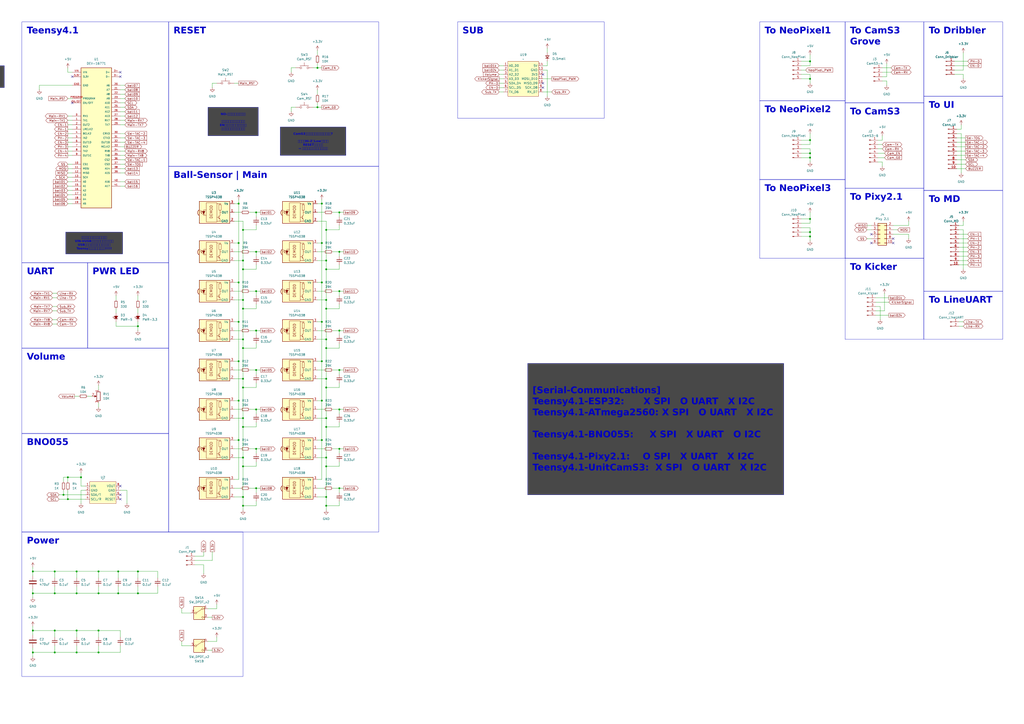
<source format=kicad_sch>
(kicad_sch (version 20231120) (generator "eeschema") (generator_version "8.0")
  (paper "A2")
  (junction (at 469.9 134.62))
  (junction (at 138.43 209.55))
  (junction (at 39.37 289.56))
  (junction (at 148.59 191.77))
  (junction (at 140.97 224.79))
  (junction (at 19.05 331.47))
  (junction (at 140.97 133.35))
  (junction (at 31.75 331.47))
  (junction (at 148.59 237.49))
  (junction (at 44.45 331.47))
  (junction (at 138.43 232.41))
  (junction (at 189.23 242.57))
  (junction (at 140.97 265.43))
  (junction (at 196.85 283.21))
  (junction (at 140.97 219.71))
  (junction (at 186.69 163.83))
  (junction (at 140.97 151.13))
  (junction (at 469.9 88.9))
  (junction (at 36.83 287.02))
  (junction (at 140.97 293.37))
  (junction (at 140.97 179.07))
  (junction (at 140.97 156.21))
  (junction (at 80.01 331.47))
  (junction (at 138.43 255.27))
  (junction (at 39.37 276.86))
  (junction (at 31.75 344.17))
  (junction (at 469.9 45.72))
  (junction (at 148.59 283.21))
  (junction (at 140.97 196.85))
  (junction (at 184.15 62.23))
  (junction (at 57.15 344.17))
  (junction (at 469.9 137.16))
  (junction (at 189.23 288.29))
  (junction (at 57.15 378.46))
  (junction (at 148.59 260.35))
  (junction (at 138.43 163.83))
  (junction (at 46.99 276.86))
  (junction (at 196.85 214.63))
  (junction (at 19.05 365.76))
  (junction (at 57.15 331.47))
  (junction (at 31.75 365.76))
  (junction (at 196.85 146.05))
  (junction (at 31.75 378.46))
  (junction (at 189.23 247.65))
  (junction (at 196.85 123.19))
  (junction (at 138.43 140.97))
  (junction (at 140.97 288.29))
  (junction (at 189.23 133.35))
  (junction (at 140.97 242.57))
  (junction (at 44.45 344.17))
  (junction (at 189.23 270.51))
  (junction (at 189.23 151.13))
  (junction (at 148.59 168.91))
  (junction (at 189.23 224.79))
  (junction (at 189.23 265.43))
  (junction (at 148.59 214.63))
  (junction (at 19.05 344.17))
  (junction (at 186.69 209.55))
  (junction (at 186.69 140.97))
  (junction (at 196.85 191.77))
  (junction (at 80.01 189.23))
  (junction (at 148.59 123.19))
  (junction (at 196.85 168.91))
  (junction (at 68.58 344.17))
  (junction (at 189.23 156.21))
  (junction (at 44.45 365.76))
  (junction (at 19.05 378.46))
  (junction (at 189.23 179.07))
  (junction (at 186.69 232.41))
  (junction (at 138.43 186.69))
  (junction (at 186.69 118.11))
  (junction (at 196.85 260.35))
  (junction (at 140.97 173.99))
  (junction (at 184.15 39.37))
  (junction (at 138.43 118.11))
  (junction (at 140.97 201.93))
  (junction (at 186.69 255.27))
  (junction (at 469.9 35.56))
  (junction (at 189.23 219.71))
  (junction (at 57.15 365.76))
  (junction (at 140.97 247.65))
  (junction (at 189.23 201.93))
  (junction (at 469.9 81.28))
  (junction (at 80.01 344.17))
  (junction (at 140.97 270.51))
  (junction (at 189.23 196.85))
  (junction (at 189.23 173.99))
  (junction (at 68.58 331.47))
  (junction (at 186.69 186.69))
  (junction (at 44.45 378.46))
  (junction (at 196.85 237.49))
  (junction (at 469.9 91.44))
  (junction (at 469.9 127))
  (junction (at 189.23 293.37))
  (junction (at 148.59 146.05))
  (no_connect (at 505.46 140.97))
  (no_connect (at 314.96 48.26))
  (no_connect (at 69.85 289.56))
  (no_connect (at 41.91 44.45))
  (no_connect (at 505.46 135.89))
  (no_connect (at 69.85 41.91))
  (no_connect (at 518.16 140.97))
  (no_connect (at 69.85 44.45))
  (no_connect (at 314.96 50.8))
  (no_connect (at 69.85 287.02))
  (no_connect (at 314.96 43.18))
  (no_connect (at 69.85 281.94))
  (no_connect (at 41.91 59.69))
  (no_connect (at 518.16 138.43))
  (wire (pts (xy 189.23 151.13) (xy 189.23 156.21)))
  (wire (pts (xy 469.9 81.28) (xy 469.9 83.82)))
  (wire (pts (xy 511.81 96.52) (xy 511.81 93.98)))
  (wire (pts (xy 502.92 130.81) (xy 505.46 130.81)))
  (wire (pts (xy 135.89 265.43) (xy 140.97 265.43)))
  (wire (pts (xy 464.82 40.64) (xy 467.36 40.64)))
  (wire (pts (xy 148.59 191.77) (xy 148.59 194.31)))
  (wire (pts (xy 196.85 283.21) (xy 196.85 285.75)))
  (wire (pts (xy 514.35 36.83) (xy 514.35 44.45)))
  (wire (pts (xy 193.04 146.05) (xy 196.85 146.05)))
  (wire (pts (xy 135.89 288.29) (xy 140.97 288.29)))
  (wire (pts (xy 508 180.34) (xy 513.08 180.34)))
  (wire (pts (xy 511.81 39.37) (xy 516.89 39.37)))
  (wire (pts (xy 561.34 138.43) (xy 556.26 138.43)))
  (wire (pts (xy 138.43 140.97) (xy 138.43 163.83)))
  (wire (pts (xy 73.66 284.48) (xy 69.85 284.48)))
  (wire (pts (xy 72.39 59.69) (xy 69.85 59.69)))
  (wire (pts (xy 511.81 83.82) (xy 509.27 83.82)))
  (wire (pts (xy 123.19 320.04) (xy 123.19 325.12)))
  (wire (pts (xy 80.01 331.47) (xy 91.44 331.47)))
  (wire (pts (xy 140.97 288.29) (xy 140.97 293.37)))
  (wire (pts (xy 39.37 105.41) (xy 41.91 105.41)))
  (wire (pts (xy 469.9 137.16) (xy 464.82 137.16)))
  (wire (pts (xy 135.89 214.63) (xy 139.7 214.63)))
  (wire (pts (xy 184.15 265.43) (xy 189.23 265.43)))
  (wire (pts (xy 140.97 133.35) (xy 148.59 133.35)))
  (wire (pts (xy 31.75 344.17) (xy 31.75 340.36)))
  (wire (pts (xy 464.82 134.62) (xy 469.9 134.62)))
  (wire (pts (xy 558.8 30.48) (xy 558.8 40.64)))
  (wire (pts (xy 184.15 255.27) (xy 186.69 255.27)))
  (wire (pts (xy 561.34 135.89) (xy 556.26 135.89)))
  (wire (pts (xy 72.39 54.61) (xy 69.85 54.61)))
  (wire (pts (xy 31.75 378.46) (xy 44.45 378.46)))
  (wire (pts (xy 39.37 72.39) (xy 41.91 72.39)))
  (wire (pts (xy 196.85 176.53) (xy 196.85 179.07)))
  (wire (pts (xy 168.91 39.37) (xy 168.91 41.91)))
  (wire (pts (xy 469.9 48.26) (xy 469.9 45.72)))
  (wire (pts (xy 464.82 88.9) (xy 469.9 88.9)))
  (wire (pts (xy 184.15 36.83) (xy 184.15 39.37)))
  (wire (pts (xy 148.59 260.35) (xy 151.13 260.35)))
  (wire (pts (xy 19.05 341.63) (xy 19.05 344.17)))
  (wire (pts (xy 123.19 48.26) (xy 123.19 50.8)))
  (wire (pts (xy 189.23 219.71) (xy 189.23 224.79)))
  (wire (pts (xy 46.99 276.86) (xy 46.99 281.94)))
  (wire (pts (xy 80.01 189.23) (xy 80.01 191.77)))
  (wire (pts (xy 184.15 219.71) (xy 189.23 219.71)))
  (wire (pts (xy 184.15 146.05) (xy 187.96 146.05)))
  (wire (pts (xy 144.78 260.35) (xy 148.59 260.35)))
  (wire (pts (xy 144.78 146.05) (xy 148.59 146.05)))
  (wire (pts (xy 289.56 43.18) (xy 292.1 43.18)))
  (wire (pts (xy 148.59 290.83) (xy 148.59 293.37)))
  (wire (pts (xy 561.34 148.59) (xy 556.26 148.59)))
  (wire (pts (xy 184.15 52.07) (xy 184.15 54.61)))
  (wire (pts (xy 196.85 146.05) (xy 196.85 148.59)))
  (wire (pts (xy 314.96 45.72) (xy 320.04 45.72)))
  (wire (pts (xy 57.15 378.46) (xy 57.15 374.65)))
  (wire (pts (xy 135.89 146.05) (xy 139.7 146.05)))
  (wire (pts (xy 135.89 242.57) (xy 140.97 242.57)))
  (wire (pts (xy 19.05 363.22) (xy 19.05 365.76)))
  (wire (pts (xy 196.85 267.97) (xy 196.85 270.51)))
  (wire (pts (xy 140.97 219.71) (xy 140.97 224.79)))
  (wire (pts (xy 184.15 242.57) (xy 189.23 242.57)))
  (wire (pts (xy 123.19 377.19) (xy 120.65 377.19)))
  (wire (pts (xy 464.82 81.28) (xy 469.9 81.28)))
  (wire (pts (xy 184.15 168.91) (xy 187.96 168.91)))
  (wire (pts (xy 148.59 267.97) (xy 148.59 270.51)))
  (wire (pts (xy 140.97 265.43) (xy 140.97 270.51)))
  (wire (pts (xy 148.59 199.39) (xy 148.59 201.93)))
  (wire (pts (xy 80.01 171.45) (xy 80.01 173.99)))
  (wire (pts (xy 39.37 102.87) (xy 41.91 102.87)))
  (wire (pts (xy 135.89 118.11) (xy 138.43 118.11)))
  (wire (pts (xy 148.59 214.63) (xy 151.13 214.63)))
  (wire (pts (xy 140.97 133.35) (xy 140.97 151.13)))
  (wire (pts (xy 184.15 140.97) (xy 186.69 140.97)))
  (wire (pts (xy 148.59 153.67) (xy 148.59 156.21)))
  (wire (pts (xy 19.05 344.17) (xy 31.75 344.17)))
  (wire (pts (xy 73.66 292.1) (xy 73.66 284.48)))
  (wire (pts (xy 57.15 233.68) (xy 57.15 236.22)))
  (wire (pts (xy 36.83 276.86) (xy 36.83 279.4)))
  (wire (pts (xy 80.01 179.07) (xy 80.01 181.61)))
  (wire (pts (xy 138.43 186.69) (xy 138.43 209.55)))
  (wire (pts (xy 515.62 172.72) (xy 508 172.72)))
  (wire (pts (xy 196.85 222.25) (xy 196.85 224.79)))
  (wire (pts (xy 196.85 153.67) (xy 196.85 156.21)))
  (wire (pts (xy 515.62 175.26) (xy 508 175.26)))
  (wire (pts (xy 57.15 223.52) (xy 57.15 226.06)))
  (wire (pts (xy 184.15 151.13) (xy 189.23 151.13)))
  (wire (pts (xy 91.44 344.17) (xy 91.44 340.36)))
  (wire (pts (xy 135.89 173.99) (xy 140.97 173.99)))
  (wire (pts (xy 44.45 344.17) (xy 57.15 344.17)))
  (wire (pts (xy 196.85 237.49) (xy 196.85 240.03)))
  (wire (pts (xy 144.78 191.77) (xy 148.59 191.77)))
  (wire (pts (xy 502.92 138.43) (xy 505.46 138.43)))
  (wire (pts (xy 39.37 85.09) (xy 41.91 85.09)))
  (wire (pts (xy 19.05 331.47) (xy 31.75 331.47)))
  (wire (pts (xy 561.34 151.13) (xy 556.26 151.13)))
  (wire (pts (xy 189.23 265.43) (xy 189.23 270.51)))
  (wire (pts (xy 135.89 255.27) (xy 138.43 255.27)))
  (wire (pts (xy 44.45 378.46) (xy 44.45 374.65)))
  (wire (pts (xy 196.85 214.63) (xy 199.39 214.63)))
  (wire (pts (xy 39.37 77.47) (xy 41.91 77.47)))
  (wire (pts (xy 464.82 129.54) (xy 469.9 129.54)))
  (wire (pts (xy 511.81 86.36) (xy 509.27 86.36)))
  (wire (pts (xy 68.58 344.17) (xy 68.58 340.36)))
  (wire (pts (xy 469.9 132.08) (xy 469.9 134.62)))
  (wire (pts (xy 314.96 40.64) (xy 317.5 40.64)))
  (wire (pts (xy 196.85 290.83) (xy 196.85 293.37)))
  (wire (pts (xy 135.89 168.91) (xy 139.7 168.91)))
  (wire (pts (xy 193.04 123.19) (xy 196.85 123.19)))
  (wire (pts (xy 196.85 237.49) (xy 199.39 237.49)))
  (wire (pts (xy 39.37 115.57) (xy 41.91 115.57)))
  (wire (pts (xy 140.97 224.79) (xy 148.59 224.79)))
  (wire (pts (xy 46.99 284.48) (xy 49.53 284.48)))
  (wire (pts (xy 31.75 331.47) (xy 44.45 331.47)))
  (wire (pts (xy 469.9 139.7) (xy 469.9 137.16)))
  (wire (pts (xy 196.85 283.21) (xy 199.39 283.21)))
  (wire (pts (xy 469.9 88.9) (xy 469.9 91.44)))
  (wire (pts (xy 39.37 82.55) (xy 41.91 82.55)))
  (wire (pts (xy 39.37 90.17) (xy 41.91 90.17)))
  (wire (pts (xy 19.05 365.76) (xy 19.05 368.3)))
  (wire (pts (xy 557.53 74.93) (xy 554.99 74.93)))
  (wire (pts (xy 105.41 355.6) (xy 110.49 355.6)))
  (wire (pts (xy 511.81 41.91) (xy 516.89 41.91)))
  (wire (pts (xy 125.73 350.52) (xy 125.73 353.06)))
  (wire (pts (xy 511.81 44.45) (xy 514.35 44.45)))
  (wire (pts (xy 189.23 156.21) (xy 196.85 156.21)))
  (wire (pts (xy 186.69 115.57) (xy 186.69 118.11)))
  (wire (pts (xy 135.89 186.69) (xy 138.43 186.69)))
  (wire (pts (xy 558.8 130.81) (xy 556.26 130.81)))
  (wire (pts (xy 39.37 113.03) (xy 41.91 113.03)))
  (wire (pts (xy 196.85 260.35) (xy 199.39 260.35)))
  (wire (pts (xy 30.48 177.8) (xy 33.02 177.8)))
  (wire (pts (xy 39.37 107.95) (xy 41.91 107.95)))
  (wire (pts (xy 189.23 270.51) (xy 196.85 270.51)))
  (wire (pts (xy 464.82 127) (xy 469.9 127)))
  (wire (pts (xy 30.48 185.42) (xy 33.02 185.42)))
  (wire (pts (xy 561.34 35.56) (xy 553.72 35.56)))
  (wire (pts (xy 186.69 163.83) (xy 186.69 186.69)))
  (wire (pts (xy 184.15 29.21) (xy 184.15 31.75)))
  (wire (pts (xy 36.83 287.02) (xy 49.53 287.02)))
  (wire (pts (xy 469.9 43.18) (xy 469.9 45.72)))
  (wire (pts (xy 189.23 270.51) (xy 189.23 288.29)))
  (wire (pts (xy 558.8 186.69) (xy 556.26 186.69)))
  (wire (pts (xy 135.89 283.21) (xy 139.7 283.21)))
  (wire (pts (xy 513.08 91.44) (xy 509.27 91.44)))
  (wire (pts (xy 514.35 46.99) (xy 514.35 49.53)))
  (wire (pts (xy 140.97 196.85) (xy 140.97 201.93)))
  (wire (pts (xy 196.85 214.63) (xy 196.85 217.17)))
  (wire (pts (xy 72.39 85.09) (xy 69.85 85.09)))
  (wire (pts (xy 46.99 292.1) (xy 46.99 284.48)))
  (wire (pts (xy 184.15 288.29) (xy 189.23 288.29)))
  (wire (pts (xy 189.23 224.79) (xy 196.85 224.79)))
  (wire (pts (xy 186.69 140.97) (xy 186.69 163.83)))
  (wire (pts (xy 513.08 88.9) (xy 509.27 88.9)))
  (wire (pts (xy 148.59 260.35) (xy 148.59 262.89)))
  (wire (pts (xy 557.53 77.47) (xy 554.99 77.47)))
  (wire (pts (xy 189.23 224.79) (xy 189.23 242.57)))
  (wire (pts (xy 193.04 168.91) (xy 196.85 168.91)))
  (wire (pts (xy 560.07 85.09) (xy 554.99 85.09)))
  (wire (pts (xy 196.85 123.19) (xy 196.85 125.73)))
  (wire (pts (xy 510.54 177.8) (xy 510.54 185.42)))
  (wire (pts (xy 148.59 237.49) (xy 151.13 237.49)))
  (wire (pts (xy 135.89 191.77) (xy 139.7 191.77)))
  (wire (pts (xy 148.59 222.25) (xy 148.59 224.79)))
  (wire (pts (xy 511.81 78.74) (xy 511.81 81.28)))
  (wire (pts (xy 118.11 332.74) (xy 118.11 327.66)))
  (wire (pts (xy 80.01 186.69) (xy 80.01 189.23)))
  (wire (pts (xy 196.85 130.81) (xy 196.85 133.35)))
  (wire (pts (xy 19.05 328.93) (xy 19.05 331.47)))
  (wire (pts (xy 464.82 86.36) (xy 469.9 86.36)))
  (wire (pts (xy 39.37 118.11) (xy 41.91 118.11)))
  (wire (pts (xy 560.07 90.17) (xy 554.99 90.17)))
  (wire (pts (xy 184.15 163.83) (xy 186.69 163.83)))
  (wire (pts (xy 44.45 365.76) (xy 44.45 369.57)))
  (wire (pts (xy 513.08 170.18) (xy 513.08 180.34)))
  (wire (pts (xy 189.23 247.65) (xy 189.23 265.43)))
  (wire (pts (xy 19.05 375.92) (xy 19.05 378.46)))
  (wire (pts (xy 186.69 209.55) (xy 186.69 232.41)))
  (wire (pts (xy 186.69 118.11) (xy 186.69 140.97)))
  (wire (pts (xy 148.59 283.21) (xy 151.13 283.21)))
  (wire (pts (xy 189.23 179.07) (xy 189.23 196.85)))
  (wire (pts (xy 289.56 40.64) (xy 292.1 40.64)))
  (wire (pts (xy 148.59 176.53) (xy 148.59 179.07)))
  (wire (pts (xy 123.19 358.14) (xy 120.65 358.14)))
  (wire (pts (xy 464.82 83.82) (xy 469.9 83.82)))
  (wire (pts (xy 148.59 146.05) (xy 148.59 148.59)))
  (wire (pts (xy 511.81 93.98) (xy 509.27 93.98)))
  (wire (pts (xy 118.11 320.04) (xy 118.11 322.58)))
  (wire (pts (xy 469.9 45.72) (xy 464.82 45.72)))
  (wire (pts (xy 67.31 171.45) (xy 67.31 173.99)))
  (wire (pts (xy 135.89 232.41) (xy 138.43 232.41)))
  (wire (pts (xy 469.9 35.56) (xy 469.9 38.1)))
  (wire (pts (xy 181.61 62.23) (xy 184.15 62.23)))
  (wire (pts (xy 135.89 278.13) (xy 138.43 278.13)))
  (wire (pts (xy 39.37 39.37) (xy 39.37 41.91)))
  (wire (pts (xy 105.41 372.11) (xy 105.41 374.65)))
  (wire (pts (xy 72.39 67.31) (xy 69.85 67.31)))
  (wire (pts (xy 39.37 41.91) (xy 41.91 41.91)))
  (wire (pts (xy 39.37 87.63) (xy 41.91 87.63)))
  (wire (pts (xy 148.59 214.63) (xy 148.59 217.17)))
  (wire (pts (xy 72.39 107.95) (xy 69.85 107.95)))
  (wire (pts (xy 184.15 62.23) (xy 186.69 62.23)))
  (wire (pts (xy 184.15 196.85) (xy 189.23 196.85)))
  (wire (pts (xy 30.48 170.18) (xy 33.02 170.18)))
  (wire (pts (xy 46.99 274.32) (xy 46.99 276.86)))
  (wire (pts (xy 67.31 179.07) (xy 67.31 181.61)))
  (wire (pts (xy 148.59 123.19) (xy 148.59 125.73)))
  (wire (pts (xy 140.97 247.65) (xy 140.97 265.43)))
  (wire (pts (xy 36.83 284.48) (xy 36.83 287.02)))
  (wire (pts (xy 44.45 378.46) (xy 57.15 378.46)))
  (wire (pts (xy 184.15 118.11) (xy 186.69 118.11)))
  (wire (pts (xy 140.97 128.27) (xy 140.97 133.35)))
  (wire (pts (xy 140.97 156.21) (xy 140.97 173.99)))
  (wire (pts (xy 181.61 39.37) (xy 184.15 39.37)))
  (wire (pts (xy 34.29 287.02) (xy 36.83 287.02)))
  (wire (pts (xy 193.04 237.49) (xy 196.85 237.49)))
  (wire (pts (xy 80.01 344.17) (xy 91.44 344.17)))
  (wire (pts (xy 72.39 92.71) (xy 69.85 92.71)))
  (wire (pts (xy 140.97 293.37) (xy 148.59 293.37)))
  (wire (pts (xy 67.31 186.69) (xy 67.31 189.23)))
  (wire (pts (xy 561.34 143.51) (xy 556.26 143.51)))
  (wire (pts (xy 135.89 140.97) (xy 138.43 140.97)))
  (wire (pts (xy 558.8 189.23) (xy 556.26 189.23)))
  (wire (pts (xy 469.9 31.75) (xy 469.9 35.56)))
  (wire (pts (xy 135.89 163.83) (xy 138.43 163.83)))
  (wire (pts (xy 464.82 35.56) (xy 469.9 35.56)))
  (wire (pts (xy 135.89 123.19) (xy 139.7 123.19)))
  (wire (pts (xy 39.37 276.86) (xy 39.37 279.4)))
  (wire (pts (xy 39.37 80.01) (xy 41.91 80.01)))
  (wire (pts (xy 72.39 49.53) (xy 69.85 49.53)))
  (wire (pts (xy 125.73 369.57) (xy 125.73 372.11)))
  (wire (pts (xy 144.78 283.21) (xy 148.59 283.21)))
  (wire (pts (xy 314.96 53.34) (xy 320.04 53.34)))
  (wire (pts (xy 72.39 80.01) (xy 69.85 80.01)))
  (wire (pts (xy 39.37 57.15) (xy 41.91 57.15)))
  (wire (pts (xy 560.07 92.71) (xy 554.99 92.71)))
  (wire (pts (xy 19.05 331.47) (xy 19.05 334.01)))
  (wire (pts (xy 72.39 64.77) (xy 69.85 64.77)))
  (wire (pts (xy 189.23 247.65) (xy 196.85 247.65)))
  (wire (pts (xy 196.85 245.11) (xy 196.85 247.65)))
  (wire (pts (xy 148.59 168.91) (xy 148.59 171.45)))
  (wire (pts (xy 186.69 186.69) (xy 186.69 209.55)))
  (wire (pts (xy 125.73 353.06) (xy 120.65 353.06)))
  (wire (pts (xy 189.23 201.93) (xy 189.23 219.71)))
  (wire (pts (xy 31.75 365.76) (xy 44.45 365.76)))
  (wire (pts (xy 317.5 38.1) (xy 314.96 38.1)))
  (wire (pts (xy 560.07 97.79) (xy 554.99 97.79)))
  (wire (pts (xy 196.85 168.91) (xy 199.39 168.91)))
  (wire (pts (xy 184.15 128.27) (xy 189.23 128.27)))
  (wire (pts (xy 184.15 237.49) (xy 187.96 237.49)))
  (wire (pts (xy 57.15 331.47) (xy 68.58 331.47)))
  (wire (pts (xy 464.82 38.1) (xy 469.9 38.1)))
  (wire (pts (xy 72.39 77.47) (xy 69.85 77.47)))
  (wire (pts (xy 148.59 130.81) (xy 148.59 133.35)))
  (wire (pts (xy 72.39 82.55) (xy 69.85 82.55)))
  (wire (pts (xy 39.37 276.86) (xy 46.99 276.86)))
  (wire (pts (xy 140.97 151.13) (xy 140.97 156.21)))
  (wire (pts (xy 41.91 97.79) (xy 39.37 97.79)))
  (wire (pts (xy 148.59 146.05) (xy 151.13 146.05)))
  (wire (pts (xy 36.83 276.86) (xy 39.37 276.86)))
  (wire (pts (xy 39.37 67.31) (xy 41.91 67.31)))
  (wire (pts (xy 148.59 168.91) (xy 151.13 168.91)))
  (wire (pts (xy 46.99 281.94) (xy 49.53 281.94)))
  (wire (pts (xy 57.15 344.17) (xy 68.58 344.17)))
  (wire (pts (xy 68.58 344.17) (xy 80.01 344.17)))
  (wire (pts (xy 72.39 100.33) (xy 69.85 100.33)))
  (wire (pts (xy 289.56 53.34) (xy 292.1 53.34)))
  (wire (pts (xy 189.23 128.27) (xy 189.23 133.35)))
  (wire (pts (xy 168.91 62.23) (xy 171.45 62.23)))
  (wire (pts (xy 557.53 72.39) (xy 557.53 74.93)))
  (wire (pts (xy 72.39 90.17) (xy 69.85 90.17)))
  (wire (pts (xy 527.05 128.27) (xy 527.05 130.81)))
  (wire (pts (xy 67.31 189.23) (xy 80.01 189.23)))
  (wire (pts (xy 135.89 260.35) (xy 139.7 260.35)))
  (wire (pts (xy 39.37 69.85) (xy 41.91 69.85)))
  (wire (pts (xy 186.69 255.27) (xy 186.69 278.13)))
  (wire (pts (xy 469.9 123.19) (xy 469.9 127)))
  (wire (pts (xy 140.97 270.51) (xy 140.97 288.29)))
  (wire (pts (xy 41.91 49.53) (xy 22.86 49.53)))
  (wire (pts (xy 105.41 353.06) (xy 105.41 355.6)))
  (wire (pts (xy 138.43 209.55) (xy 138.43 232.41)))
  (wire (pts (xy 135.89 151.13) (xy 140.97 151.13)))
  (wire (pts (xy 140.97 173.99) (xy 140.97 179.07)))
  (wire (pts (xy 135.89 209.55) (xy 138.43 209.55)))
  (wire (pts (xy 168.91 62.23) (xy 168.91 64.77)))
  (wire (pts (xy 140.97 179.07) (xy 148.59 179.07)))
  (wire (pts (xy 193.04 214.63) (xy 196.85 214.63)))
  (wire (pts (xy 469.9 86.36) (xy 469.9 88.9)))
  (wire (pts (xy 140.97 270.51) (xy 148.59 270.51)))
  (wire (pts (xy 518.16 130.81) (xy 527.05 130.81)))
  (wire (pts (xy 560.07 80.01) (xy 554.99 80.01)))
  (wire (pts (xy 138.43 232.41) (xy 138.43 255.27)))
  (wire (pts (xy 53.34 229.87) (xy 50.8 229.87)))
  (wire (pts (xy 561.34 140.97) (xy 556.26 140.97)))
  (wire (pts (xy 72.39 105.41) (xy 69.85 105.41)))
  (wire (pts (xy 189.23 242.57) (xy 189.23 247.65)))
  (wire (pts (xy 45.72 229.87) (xy 43.18 229.87)))
  (wire (pts (xy 72.39 52.07) (xy 69.85 52.07)))
  (wire (pts (xy 189.23 156.21) (xy 189.23 173.99)))
  (wire (pts (xy 57.15 331.47) (xy 57.15 335.28)))
  (wire (pts (xy 39.37 110.49) (xy 41.91 110.49)))
  (wire (pts (xy 184.15 283.21) (xy 187.96 283.21)))
  (wire (pts (xy 510.54 177.8) (xy 508 177.8)))
  (wire (pts (xy 138.43 115.57) (xy 138.43 118.11)))
  (wire (pts (xy 317.5 35.56) (xy 317.5 38.1)))
  (wire (pts (xy 527.05 135.89) (xy 527.05 138.43)))
  (wire (pts (xy 80.01 331.47) (xy 80.01 335.28)))
  (wire (pts (xy 196.85 199.39) (xy 196.85 201.93)))
  (wire (pts (xy 558.8 43.18) (xy 553.72 43.18)))
  (wire (pts (xy 140.97 224.79) (xy 140.97 242.57)))
  (wire (pts (xy 72.39 72.39) (xy 69.85 72.39)))
  (wire (pts (xy 558.8 128.27) (xy 558.8 130.81)))
  (wire (pts (xy 68.58 331.47) (xy 80.01 331.47)))
  (wire (pts (xy 184.15 191.77) (xy 187.96 191.77)))
  (wire (pts (xy 553.72 38.1) (xy 561.34 38.1)))
  (wire (pts (xy 31.75 365.76) (xy 31.75 369.57)))
  (wire (pts (xy 138.43 255.27) (xy 138.43 278.13)))
  (wire (pts (xy 189.23 293.37) (xy 196.85 293.37)))
  (wire (pts (xy 289.56 48.26) (xy 292.1 48.26)))
  (wire (pts (xy 72.39 95.25) (xy 69.85 95.25)))
  (wire (pts (xy 31.75 331.47) (xy 31.75 335.28)))
  (wire (pts (xy 558.8 40.64) (xy 553.72 40.64)))
  (wire (pts (xy 19.05 365.76) (xy 31.75 365.76)))
  (wire (pts (xy 22.86 49.53) (xy 22.86 52.07)))
  (wire (pts (xy 189.23 293.37) (xy 189.23 295.91)))
  (wire (pts (xy 186.69 232.41) (xy 186.69 255.27)))
  (wire (pts (xy 518.16 135.89) (xy 527.05 135.89)))
  (wire (pts (xy 289.56 50.8) (xy 292.1 50.8)))
  (wire (pts (xy 148.59 237.49) (xy 148.59 240.03)))
  (wire (pts (xy 113.03 322.58) (xy 118.11 322.58)))
  (wire (pts (xy 558.8 45.72) (xy 558.8 43.18)))
  (wire (pts (xy 469.9 93.98) (xy 469.9 91.44)))
  (wire (pts (xy 184.15 260.35) (xy 187.96 260.35)))
  (wire (pts (xy 69.85 87.63) (xy 72.39 87.63)))
  (wire (pts (xy 189.23 133.35) (xy 196.85 133.35)))
  (wire (pts (xy 469.9 91.44) (xy 464.82 91.44)))
  (wire (pts (xy 30.48 180.34) (xy 33.02 180.34)))
  (wire (pts (xy 557.53 100.33) (xy 557.53 77.47)))
  (wire (pts (xy 135.89 196.85) (xy 140.97 196.85)))
  (wire (pts (xy 44.45 344.17) (xy 44.45 340.36)))
  (wire (pts (xy 560.07 82.55) (xy 554.99 82.55)))
  (wire (pts (xy 196.85 191.77) (xy 196.85 194.31)))
  (wire (pts (xy 34.29 289.56) (xy 39.37 289.56)))
  (wire (pts (xy 72.39 62.23) (xy 69.85 62.23)))
  (wire (pts (xy 140.97 247.65) (xy 148.59 247.65)))
  (wire (pts (xy 469.9 127) (xy 469.9 129.54)))
  (wire (pts (xy 68.58 331.47) (xy 68.58 335.28)))
  (wire (pts (xy 30.48 172.72) (xy 33.02 172.72)))
  (wire (pts (xy 105.41 374.65) (xy 110.49 374.65)))
  (wire (pts (xy 31.75 344.17) (xy 44.45 344.17)))
  (wire (pts (xy 148.59 283.21) (xy 148.59 285.75)))
  (wire (pts (xy 144.78 123.19) (xy 148.59 123.19)))
  (wire (pts (xy 469.9 134.62) (xy 469.9 137.16)))
  (wire (pts (xy 138.43 163.83) (xy 138.43 186.69)))
  (wire (pts (xy 184.15 278.13) (xy 186.69 278.13)))
  (wire (pts (xy 189.23 288.29) (xy 189.23 293.37)))
  (wire (pts (xy 184.15 173.99) (xy 189.23 173.99)))
  (wire (pts (xy 91.44 331.47) (xy 91.44 335.28)))
  (wire (pts (xy 140.97 179.07) (xy 140.97 196.85)))
  (wire (pts (xy 189.23 179.07) (xy 196.85 179.07)))
  (wire (pts (xy 135.89 128.27) (xy 140.97 128.27)))
  (wire (pts (xy 80.01 344.17) (xy 80.01 340.36)))
  (wire (pts (xy 464.82 132.08) (xy 469.9 132.08)))
  (wire (pts (xy 184.15 214.63) (xy 187.96 214.63)))
  (wire (pts (xy 511.81 46.99) (xy 514.35 46.99)))
  (wire (pts (xy 125.73 372.11) (xy 120.65 372.11)))
  (wire (pts (xy 196.85 123.19) (xy 199.39 123.19)))
  (wire (pts (xy 57.15 378.46) (xy 69.85 378.46)))
  (wire (pts (xy 44.45 331.47) (xy 57.15 331.47)))
  (wire (pts (xy 189.23 133.35) (xy 189.23 151.13)))
  (wire (pts (xy 123.19 325.12) (xy 113.03 325.12)))
  (wire (pts (xy 184.15 39.37) (xy 186.69 39.37)))
  (wire (pts (xy 148.59 245.11) (xy 148.59 247.65)))
  (wire (pts (xy 135.89 219.71) (xy 140.97 219.71)))
  (wire (pts (xy 31.75 378.46) (xy 31.75 374.65)))
  (wire (pts (xy 123.19 48.26) (xy 125.73 48.26)))
  (wire (pts (xy 193.04 283.21) (xy 196.85 283.21)))
  (wire (pts (xy 44.45 331.47) (xy 44.45 335.28)))
  (wire (pts (xy 72.39 69.85) (xy 69.85 69.85)))
  (wire (pts (xy 72.39 57.15) (xy 69.85 57.15)))
  (wire (pts (xy 57.15 344.17) (xy 57.15 340.36)))
  (wire (pts (xy 19.05 378.46) (xy 31.75 378.46)))
  (wire (pts (xy 193.04 191.77) (xy 196.85 191.77)))
  (wire (pts (xy 561.34 146.05) (xy 556.26 146.05)))
  (wire (pts (xy 148.59 191.77) (xy 151.13 191.77)))
  (wire (pts (xy 189.23 196.85) (xy 189.23 201.93)))
  (wire (pts (xy 289.56 45.72) (xy 292.1 45.72)))
  (wire (pts (xy 135.89 237.49) (xy 139.7 237.49)))
  (wire (pts (xy 140.97 156.21) (xy 148.59 156.21)))
  (wire (pts (xy 560.07 95.25) (xy 554.99 95.25)))
  (wire (pts (xy 189.23 201.93) (xy 196.85 201.93)))
  (wire (pts (xy 41.91 100.33) (xy 39.37 100.33)))
  (wire (pts (xy 196.85 191.77) (xy 199.39 191.77)))
  (wire (pts (xy 184.15 123.19) (xy 187.96 123.19)))
  (wire (pts (xy 140.97 293.37) (xy 140.97 295.91)))
  (wire (pts (xy 509.27 81.28) (xy 511.81 81.28)))
  (wire (pts (xy 118.11 327.66) (xy 113.03 327.66)))
  (wire (pts (xy 502.92 133.35) (xy 505.46 133.35)))
  (wire (pts (xy 558.8 133.35) (xy 556.26 133.35)))
  (wire (pts (xy 196.85 146.05) (xy 199.39 146.05)))
  (wire (pts (xy 135.89 48.26) (xy 138.43 48.26)))
  (wire (pts (xy 193.04 260.35) (xy 196.85 260.35)))
  (wire (pts (xy 464.82 43.18) (xy 469.9 43.18)))
  (wire (pts (xy 39.37 74.93) (xy 41.91 74.93)))
  (wire (pts (xy 196.85 168.91) (xy 196.85 171.45)))
  (wire (pts (xy 140.97 201.93) (xy 148.59 201.93)))
  (wire (pts (xy 560.07 87.63) (xy 554.99 87.63)))
  (wire (pts (xy 57.15 365.76) (xy 69.85 365.76)))
  (wire (pts (xy 184.15 59.69) (xy 184.15 62.23)))
  (wire (pts (xy 184.15 209.55) (xy 186.69 209.55)))
  (wire (pts (xy 184.15 186.69) (xy 186.69 186.69)))
  (wire (pts (xy 469.9 77.47) (xy 469.9 81.28)))
  (wire (pts (xy 30.48 187.96) (xy 33.02 187.96)))
  (wire (pts (xy 558.8 156.21) (xy 558.8 133.35)))
  (wire (pts (xy 69.85 365.76) (xy 69.85 369.57)))
  (wire (pts (xy 561.34 153.67) (xy 556.26 153.67)))
  (wire (pts (xy 196.85 260.35) (xy 196.85 262.89)))
  (wire (pts (xy 148.59 123.19) (xy 151.13 123.19)))
  (wire (pts (xy 140.97 242.57) (xy 140.97 247.65)))
  (wire (pts (xy 289.56 38.1) (xy 292.1 38.1)))
  (wire (pts (xy 19.05 378.46) (xy 19.05 381)))
  (wire (pts (xy 140.97 201.93) (xy 140.97 219.71)))
  (wire (pts (xy 317.5 40.64) (xy 317.5 55.88)))
  (wire (pts (xy 144.78 214.63) (xy 148.59 214.63)))
  (wire (pts (xy 57.15 365.76) (xy 57.15 369.57)))
  (wire (pts (xy 518.16 133.35) (xy 520.7 133.35)))
  (wire (pts (xy 69.85 378.46) (xy 69.85 374.65)))
  (wire (pts (xy 39.37 284.48) (xy 39.37 289.56)))
  (wire (pts (xy 19.05 344.17) (xy 19.05 346.71)))
  (wire (pts (xy 138.43 118.11) (xy 138.43 140.97)))
  (wire (pts (xy 44.45 365.76) (xy 57.15 365.76)))
  (wire (pts (xy 72.39 97.79) (xy 69.85 97.79)))
  (wire (pts (xy 39.37 289.56) (xy 49.53 289.56)))
  (wire (pts (xy 168.91 39.37) (xy 171.45 39.37)))
  (wire (pts (xy 144.78 237.49) (xy 148.59 237.49)))
  (wire (pts (xy 189.23 173.99) (xy 189.23 179.07)))
  (wire (pts (xy 317.5 27.94) (xy 317.5 30.48)))
  (wire (pts (xy 515.62 182.88) (xy 508 182.88)))
  (wire (pts (xy 39.37 95.25) (xy 41.91 95.25)))
  (wire (pts (xy 184.15 232.41) (xy 186.69 232.41)))
  (wire (pts (xy 144.78 168.91) (xy 148.59 168.91)))
  (text_box "Ball-Sensor | Main" (at 97.79 96.52 0) (size 121.92 212.09) (effects (font (size 3.81 3.81)) (justify left top)))
  (text_box "RESET" (at 97.79 12.7 0) (size 121.92 83.82) (effects (font (size 3.81 3.81)) (justify left top)))
  (text_box "To CamS3\nGrove" (at 490.22 12.7 0) (size 45.72 46.99) (effects (font (size 3.81 3.81)) (justify left top)))
  (text_box "To NeoPixel2" (at 440.69 58.42 0) (size 49.53 45.72) (effects (font (size 3.81 3.81)) (justify left top)))
  (text_box "BNO055" (at 12.7 251.46 0) (size 85.09 57.15) (effects (font (size 3.81 3.81)) (justify left top)))
  (text_box "To LineUART" (at 535.94 168.91 0) (size 45.72 27.94) (effects (font (size 3.81 3.81)) (justify left top)))
  (text_box "Teensy4.1" (at 12.7 12.7 0) (size 85.09 139.7) (effects (font (size 3.81 3.81)) (justify left top)))
  (text_box "To NeoPixel3" (at 440.69 104.14 0) (size 49.53 45.72) (effects (font (size 3.81 3.81)) (justify left top)))
  (text_box "SUB" (at 265.43 12.7 0) (size 85.09 55.88) (effects (font (size 3.81 3.81)) (justify left top)))
  (text_box "To MD" (at 535.94 110.49 0) (size 45.72 58.42) (effects (font (size 3.81 3.81)) (justify left top)))
  (text_box "To Dribbler" (at 535.94 12.7 0) (size 45.72 43.18) (effects (font (size 3.81 3.81)) (justify left top)))
  (text_box "To NeoPixel1" (at 440.69 12.7 0) (size 49.53 45.72) (effects (font (size 3.81 3.81)) (justify left top)))
  (text_box "To UI" (at 535.94 55.88 0) (size 45.72 54.61) (effects (font (size 3.81 3.81)) (justify left top)))
  (text_box "[Serial-Communications]\nTeensy4.1-ESP32:      X SPI   O UART   X I2C\nTeensy4.1-ATmega2560: X SPI   O UART   X I2C\n\nTeensy4.1-BNO055:     X SPI   X UART   O I2C\n\nTeensy4.1-Pixy2.1:    O SPI   X UART   X I2C\nTeensy4.1-UnitCamS3:  X SPI   O UART   X I2C" (at 306.07 210.82 0) (size 148.59 76.2) (fill (type color) (color 72 72 72 1)) (effects (font (size 3.81 3.81) (thickness 0.508) (bold yes)) (justify left)))
  (text_box "CamS3に関してはプルアップ必要カモ?\n\nおそらくHi-ZとLowの違いで\nRESETかけている\n→ 誤動作防止用に抵抗付しておく" (at 162.56 73.66 0) (size 38.1 16.51) (fill (type color) (color 72 72 72 1)) (effects (font (size 1.27 1.27) (thickness 0.254) (bold yes))))
  (text_box "To Pixy2.1" (at 490.22 109.22 0) (size 45.72 40.64) (effects (font (size 3.81 3.81)) (justify left top)))
  (text_box "To CamS3" (at 490.22 59.69 0) (size 45.72 49.53) (effects (font (size 3.81 3.81)) (justify left top)))
  (text_box "NO-プルアップで確認済み\n\n元のモジュール化基板にある\nENボタンにもプルアップ抵抗\nは確認できなかったためなし" (at 120.65 62.23 0) (size 29.21 16.51) (fill (type color) (color 72 72 72 1)) (effects (font (size 1.27 1.27) (thickness 0.254) (bold yes))))
  (text_box "Power" (at 12.7 308.61 0) (size 128.27 83.82) (effects (font (size 3.81 3.81)) (justify left top)))
  (text_box "To Kicker" (at 490.22 149.86 0) (size 45.72 46.99) (effects (font (size 3.81 3.81)) (justify left top)))
  (text_box "UART" (at 12.7 152.4 0) (size 38.1 49.53) (effects (font (size 3.81 3.81)) (justify left top)))
  (text_box "使用前には必ず開発ボード裏の\nVIN-VUSBジャンパをカットすること\nUSBケーブルとの電源の混合が起き\nTeensyが燃えるため絶対に!!!!!" (at 38.1 134.62 0) (size 33.02 12.7) (fill (type color) (color 72 72 72 1)) (effects (font (size 1.27 1.27) (thickness 0.254) (bold yes))))
  (text_box "ProgramのPCBの足の数を2本に" (at -30.48 38.1 0) (size 33.02 12.7) (fill (type color) (color 72 72 72 1)) (effects (font (size 1.27 1.27) (thickness 0.254) (bold yes))))
  (text_box "Volume" (at 12.7 201.93 0) (size 85.09 49.53) (effects (font (size 3.81 3.81)) (justify left top)))
  (text_box "PWR LED" (at 50.8 152.4 0) (size 46.99 49.53) (effects (font (size 3.81 3.81)) (justify left top)))
  (global_label "EN-D" (shape output) (at 289.56 50.8 180) (property "Intersheetrefs" "${INTERSHEET_REFS}" (effects (hide yes))))
  (global_label "SS" (shape bidirectional) (at 502.92 138.43 180) (property "Intersheetrefs" "${INTERSHEET_REFS}" (effects (hide yes))))
  (global_label "ball01" (shape output) (at 151.13 123.19 0) (property "Intersheetrefs" "${INTERSHEET_REFS}" (effects (hide yes))))
  (global_label "Main-RX1" (shape bidirectional) (at 39.37 67.31 180) (property "Intersheetrefs" "${INTERSHEET_REFS}" (effects (hide yes))))
  (global_label "BUZZER" (shape output) (at 72.39 85.09 0) (property "Intersheetrefs" "${INTERSHEET_REFS}" (effects (hide yes))))
  (global_label "SCK" (shape bidirectional) (at 502.92 133.35 180) (property "Intersheetrefs" "${INTERSHEET_REFS}" (effects (hide yes))))
  (global_label "ball10" (shape output) (at 199.39 146.05 0) (property "Intersheetrefs" "${INTERSHEET_REFS}" (effects (hide yes))))
  (global_label "ball12" (shape output) (at 199.39 191.77 0) (property "Intersheetrefs" "${INTERSHEET_REFS}" (effects (hide yes))))
  (global_label "ball13" (shape input) (at 72.39 97.79 0) (property "Intersheetrefs" "${INTERSHEET_REFS}" (effects (hide yes))))
  (global_label "Main-TX7" (shape bidirectional) (at 30.48 177.8 180) (property "Intersheetrefs" "${INTERSHEET_REFS}" (effects (hide yes))))
  (global_label "ball04" (shape input) (at 39.37 113.03 180) (property "Intersheetrefs" "${INTERSHEET_REFS}" (effects (hide yes))))
  (global_label "MOSI" (shape output) (at 39.37 97.79 180) (property "Intersheetrefs" "${INTERSHEET_REFS}" (effects (hide yes))))
  (global_label "SW-TAC-2" (shape output) (at 560.07 85.09 0) (property "Intersheetrefs" "${INTERSHEET_REFS}" (effects (hide yes))))
  (global_label "Sub_TX" (shape bidirectional) (at 33.02 180.34 0) (property "Intersheetrefs" "${INTERSHEET_REFS}" (effects (hide yes))))
  (global_label "ball09" (shape output) (at 199.39 123.19 0) (property "Intersheetrefs" "${INTERSHEET_REFS}" (effects (hide yes))))
  (global_label "MISO" (shape output) (at 502.92 130.81 180) (property "Intersheetrefs" "${INTERSHEET_REFS}" (effects (hide yes))))
  (global_label "EN-D" (shape input) (at 561.34 38.1 0) (property "Intersheetrefs" "${INTERSHEET_REFS}" (effects (hide yes))))
  (global_label "Cam-TX" (shape bidirectional) (at 516.89 39.37 0) (property "Intersheetrefs" "${INTERSHEET_REFS}" (effects (hide yes))))
  (global_label "SW-TAC-3" (shape output) (at 560.07 87.63 0) (property "Intersheetrefs" "${INTERSHEET_REFS}" (effects (hide yes))))
  (global_label "SCK" (shape bidirectional) (at 39.37 102.87 180) (property "Intersheetrefs" "${INTERSHEET_REFS}" (effects (hide yes))))
  (global_label "ball10" (shape input) (at 72.39 57.15 0) (property "Intersheetrefs" "${INTERSHEET_REFS}" (effects (hide yes))))
  (global_label "5.0V" (shape output) (at 123.19 358.14 0) (property "Intersheetrefs" "${INTERSHEET_REFS}" (effects (hide yes))))
  (global_label "Main-RX1" (shape bidirectional) (at 30.48 172.72 180) (property "Intersheetrefs" "${INTERSHEET_REFS}" (effects (hide yes))))
  (global_label "ball15" (shape output) (at 199.39 260.35 0) (property "Intersheetrefs" "${INTERSHEET_REFS}" (effects (hide yes))))
  (global_label "Main-TX7" (shape bidirectional) (at 72.39 72.39 0) (property "Intersheetrefs" "${INTERSHEET_REFS}" (effects (hide yes))))
  (global_label "NeoPixel_PWM" (shape input) (at 467.36 40.64 0) (property "Intersheetrefs" "${INTERSHEET_REFS}" (effects (hide yes))))
  (global_label "Main_RST" (shape input) (at 39.37 57.15 180) (property "Intersheetrefs" "${INTERSHEET_REFS}" (effects (hide yes))))
  (global_label "Cam-TX" (shape bidirectional) (at 33.02 187.96 0) (property "Intersheetrefs" "${INTERSHEET_REFS}" (effects (hide yes))))
  (global_label "ball07" (shape input) (at 72.39 49.53 0) (property "Intersheetrefs" "${INTERSHEET_REFS}" (effects (hide yes))))
  (global_label "ball08" (shape output) (at 151.13 283.21 0) (property "Intersheetrefs" "${INTERSHEET_REFS}" (effects (hide yes))))
  (global_label "SDA" (shape bidirectional) (at 72.39 62.23 0) (property "Intersheetrefs" "${INTERSHEET_REFS}" (effects (hide yes))))
  (global_label "EN-2" (shape input) (at 561.34 140.97 0) (property "Intersheetrefs" "${INTERSHEET_REFS}" (effects (hide yes))))
  (global_label "3.3V" (shape output) (at 123.19 320.04 90) (property "Intersheetrefs" "${INTERSHEET_REFS}" (effects (hide yes))))
  (global_label "SW-TAC-4" (shape input) (at 72.39 82.55 0) (property "Intersheetrefs" "${INTERSHEET_REFS}" (effects (hide yes))))
  (global_label "EN-3" (shape input) (at 561.34 146.05 0) (property "Intersheetrefs" "${INTERSHEET_REFS}" (effects (hide yes))))
  (global_label "SW-TOG" (shape input) (at 72.39 95.25 0) (property "Intersheetrefs" "${INTERSHEET_REFS}" (effects (hide yes))))
  (global_label "PH-1" (shape output) (at 39.37 74.93 180) (property "Intersheetrefs" "${INTERSHEET_REFS}" (effects (hide yes))))
  (global_label "ball14" (shape output) (at 199.39 237.49 0) (property "Intersheetrefs" "${INTERSHEET_REFS}" (effects (hide yes))))
  (global_label "PH-3" (shape input) (at 561.34 148.59 0) (property "Intersheetrefs" "${INTERSHEET_REFS}" (effects (hide yes))))
  (global_label "Cam_G0" (shape input) (at 513.08 91.44 0) (property "Intersheetrefs" "${INTERSHEET_REFS}" (effects (hide yes))))
  (global_label "5.0V" (shape input) (at 105.41 353.06 90) (property "Intersheetrefs" "${INTERSHEET_REFS}" (effects (hide yes))))
  (global_label "Cam-RX" (shape bidirectional) (at 511.81 86.36 0) (property "Intersheetrefs" "${INTERSHEET_REFS}" (effects (hide yes))))
  (global_label "NeoPixel_PWM" (shape output) (at 320.04 45.72 0) (property "Intersheetrefs" "${INTERSHEET_REFS}" (effects (hide yes))))
  (global_label "SW-TAC-3" (shape input) (at 72.39 80.01 0) (property "Intersheetrefs" "${INTERSHEET_REFS}" (effects (hide yes))))
  (global_label "BUZZER" (shape input) (at 560.07 97.79 0) (property "Intersheetrefs" "${INTERSHEET_REFS}" (effects (hide yes))))
  (global_label "ball04" (shape output) (at 151.13 191.77 0) (property "Intersheetrefs" "${INTERSHEET_REFS}" (effects (hide yes))))
  (global_label "ball16" (shape output) (at 199.39 283.21 0) (property "Intersheetrefs" "${INTERSHEET_REFS}" (effects (hide yes))))
  (global_label "PH-2" (shape output) (at 39.37 80.01 180) (property "Intersheetrefs" "${INTERSHEET_REFS}" (effects (hide yes))))
  (global_label "SW-TAC-1" (shape input) (at 72.39 92.71 0) (property "Intersheetrefs" "${INTERSHEET_REFS}" (effects (hide yes))))
  (global_label "ball01k" (shape output) (at 515.62 172.72 0) (property "Intersheetrefs" "${INTERSHEET_REFS}" (effects (hide yes))))
  (global_label "Main-RX8" (shape bidirectional) (at 72.39 87.63 0) (property "Intersheetrefs" "${INTERSHEET_REFS}" (effects (hide yes))))
  (global_label "3.3V" (shape input) (at 105.41 372.11 90) (property "Intersheetrefs" "${INTERSHEET_REFS}" (effects (hide yes))))
  (global_label "SW-TAC-1" (shape output) (at 560.07 82.55 0) (property "Intersheetrefs" "${INTERSHEET_REFS}" (effects (hide yes))))
  (global_label "Cam-RX" (shape bidirectional) (at 516.89 41.91 0) (property "Intersheetrefs" "${INTERSHEET_REFS}" (effects (hide yes))))
  (global_label "ball05" (shape input) (at 39.37 115.57 180) (property "Intersheetrefs" "${INTERSHEET_REFS}" (effects (hide yes))))
  (global_label "ball09" (shape input) (at 72.39 54.61 0) (property "Intersheetrefs" "${INTERSHEET_REFS}" (effects (hide yes))))
  (global_label "Cam_EN" (shape output) (at 186.69 39.37 0) (property "Intersheetrefs" "${INTERSHEET_REFS}" (effects (hide yes))))
  (global_label "EN-1" (shape input) (at 561.34 135.89 0) (property "Intersheetrefs" "${INTERSHEET_REFS}" (effects (hide yes))))
  (global_label "ball13" (shape output) (at 199.39 214.63 0) (property "Intersheetrefs" "${INTERSHEET_REFS}" (effects (hide yes))))
  (global_label "SCL" (shape bidirectional) (at 34.29 289.56 180) (property "Intersheetrefs" "${INTERSHEET_REFS}" (effects (hide yes))))
  (global_label "ball11" (shape output) (at 199.39 168.91 0) (property "Intersheetrefs" "${INTERSHEET_REFS}" (effects (hide yes))))
  (global_label "Line-RX" (shape bidirectional) (at 558.8 189.23 0) (property "Intersheetrefs" "${INTERSHEET_REFS}" (effects (hide yes))))
  (global_label "Cam-TX" (shape bidirectional) (at 511.81 83.82 0) (property "Intersheetrefs" "${INTERSHEET_REFS}" (effects (hide yes))))
  (global_label "EN-4" (shape input) (at 561.34 151.13 0) (property "Intersheetrefs" "${INTERSHEET_REFS}" (effects (hide yes))))
  (global_label "ball02k" (shape output) (at 515.62 182.88 0) (property "Intersheetrefs" "${INTERSHEET_REFS}" (effects (hide yes))))
  (global_label "PH-4" (shape input) (at 561.34 153.67 0) (property "Intersheetrefs" "${INTERSHEET_REFS}" (effects (hide yes))))
  (global_label "Main-RX8" (shape bidirectional) (at 30.48 187.96 180) (property "Intersheetrefs" "${INTERSHEET_REFS}" (effects (hide yes))))
  (global_label "Main-TX8" (shape bidirectional) (at 72.39 90.17 0) (property "Intersheetrefs" "${INTERSHEET_REFS}" (effects (hide yes))))
  (global_label "MOSI" (shape input) (at 520.7 133.35 0) (property "Intersheetrefs" "${INTERSHEET_REFS}" (effects (hide yes))))
  (global_label "PH-2" (shape input) (at 561.34 143.51 0) (property "Intersheetrefs" "${INTERSHEET_REFS}" (effects (hide yes))))
  (global_label "ball05" (shape output) (at 151.13 214.63 0) (property "Intersheetrefs" "${INTERSHEET_REFS}" (effects (hide yes))))
  (global_label "Main-TX1" (shape bidirectional) (at 30.48 170.18 180) (property "Intersheetrefs" "${INTERSHEET_REFS}" (effects (hide yes))))
  (global_label "Cam-RX" (shape bidirectional) (at 33.02 185.42 0) (property "Intersheetrefs" "${INTERSHEET_REFS}" (effects (hide yes))))
  (global_label "Volume" (shape output) (at 43.18 229.87 180) (property "Intersheetrefs" "${INTERSHEET_REFS}" (effects (hide yes))))
  (global_label "Main-RX7" (shape bidirectional) (at 30.48 180.34 180) (property "Intersheetrefs" "${INTERSHEET_REFS}" (effects (hide yes))))
  (global_label "ball12" (shape input) (at 72.39 67.31 0) (property "Intersheetrefs" "${INTERSHEET_REFS}" (effects (hide yes))))
  (global_label "Sub_RX" (shape bidirectional) (at 320.04 53.34 0) (property "Intersheetrefs" "${INTERSHEET_REFS}" (effects (hide yes))))
  (global_label "PH-3" (shape output) (at 39.37 85.09 180) (property "Intersheetrefs" "${INTERSHEET_REFS}" (effects (hide yes))))
  (global_label "ball14" (shape input) (at 72.39 100.33 0) (property "Intersheetrefs" "${INTERSHEET_REFS}" (effects (hide yes))))
  (global_label "SDA" (shape bidirectional) (at 34.29 287.02 180) (property "Intersheetrefs" "${INTERSHEET_REFS}" (effects (hide yes))))
  (global_label "EN-1" (shape output) (at 39.37 72.39 180) (property "Intersheetrefs" "${INTERSHEET_REFS}" (effects (hide yes))))
  (global_label "3.3V" (shape output) (at 123.19 377.19 0) (property "Intersheetrefs" "${INTERSHEET_REFS}" (effects (hide yes))))
  (global_label "ball16" (shape input) (at 72.39 107.95 0) (property "Intersheetrefs" "${INTERSHEET_REFS}" (effects (hide yes))))
  (global_label "Sub_TX" (shape bidirectional) (at 289.56 53.34 180) (property "Intersheetrefs" "${INTERSHEET_REFS}" (effects (hide yes))))
  (global_label "SCL" (shape bidirectional) (at 72.39 59.69 0) (property "Intersheetrefs" "${INTERSHEET_REFS}" (effects (hide yes))))
  (global_label "ball02" (shape input) (at 39.37 107.95 180) (property "Intersheetrefs" "${INTERSHEET_REFS}" (effects (hide yes))))
  (global_label "SS" (shape bidirectional) (at 39.37 95.25 180) (property "Intersheetrefs" "${INTERSHEET_REFS}" (effects (hide yes))))
  (global_label "ball03" (shape output) (at 151.13 168.91 0) (property "Intersheetrefs" "${INTERSHEET_REFS}" (effects (hide yes))))
  (global_label "5.0V" (shape output) (at 118.11 320.04 90) (property "Intersheetrefs" "${INTERSHEET_REFS}" (effects (hide yes))))
  (global_label "EN-4" (shape output) (at 39.37 87.63 180) (property "Intersheetrefs" "${INTERSHEET_REFS}" (effects (hide yes))))
  (global_label "SCL" (shape bidirectional) (at 560.07 95.25 0) (property "Intersheetrefs" "${INTERSHEET_REFS}" (effects (hide yes))))
  (global_label "Cam_G0" (shape output) (at 186.69 62.23 0) (property "Intersheetrefs" "${INTERSHEET_REFS}" (effects (hide yes))))
  (global_label "ball01" (shape input) (at 39.37 105.41 180) (property "Intersheetrefs" "${INTERSHEET_REFS}" (effects (hide yes))))
  (global_label "ball07" (shape output) (at 151.13 260.35 0) (property "Intersheetrefs" "${INTERSHEET_REFS}" (effects (hide yes))))
  (global_label "ball15" (shape input) (at 72.39 105.41 0) (property "Intersheetrefs" "${INTERSHEET_REFS}" (effects (hide yes))))
  (global_label "Volume" (shape input) (at 289.56 43.18 180) (property "Intersheetrefs" "${INTERSHEET_REFS}" (effects (hide yes))))
  (global_label "SW-TOG" (shape output) (at 560.07 80.01 0) (property "Intersheetrefs" "${INTERSHEET_REFS}" (effects (hide yes))))
  (global_label "PH-D" (shape output) (at 289.56 48.26 180) (property "Intersheetrefs" "${INTERSHEET_REFS}" (effects (hide yes))))
  (global_label "Main-RX7" (shape bidirectional) (at 72.39 69.85 0) (property "Intersheetrefs" "${INTERSHEET_REFS}" (effects (hide yes))))
  (global_label "KickerSignal" (shape input) (at 515.62 175.26 0) (property "Intersheetrefs" "${INTERSHEET_REFS}" (effects (hide yes))))
  (global_label "ball01k" (shape input) (at 289.56 38.1 180) (property "Intersheetrefs" "${INTERSHEET_REFS}" (effects (hide yes))))
  (global_label "Line-TX" (shape bidirectional) (at 558.8 186.69 0) (property "Intersheetrefs" "${INTERSHEET_REFS}" (effects (hide yes))))
  (global_label "SW-TAC-4" (shape output) (at 560.07 90.17 0) (property "Intersheetrefs" "${INTERSHEET_REFS}" (effects (hide yes))))
  (global_label "ball02" (shape output) (at 151.13 146.05 0) (property "Intersheetrefs" "${INTERSHEET_REFS}" (effects (hide yes))))
  (global_label "SW-TAC-2" (shape input) (at 72.39 77.47 0) (property "Intersheetrefs" "${INTERSHEET_REFS}" (effects (hide yes))))
  (global_label "ball06" (shape output) (at 151.13 237.49 0) (property "Intersheetrefs" "${INTERSHEET_REFS}" (effects (hide yes))))
  (global_label "ball02k" (shape input) (at 289.56 40.64 180) (property "Intersheetrefs" "${INTERSHEET_REFS}" (effects (hide yes))))
  (global_label "PH-D" (shape input) (at 561.34 35.56 0) (property "Intersheetrefs" "${INTERSHEET_REFS}" (effects (hide yes))))
  (global_label "ball11" (shape input) (at 72.39 64.77 0) (property "Intersheetrefs" "${INTERSHEET_REFS}" (effects (hide yes))))
  (global_label "Sub_RX" (shape bidirectional) (at 33.02 177.8 0) (property "Intersheetrefs" "${INTERSHEET_REFS}" (effects (hide yes))))
  (global_label "KickerSignal" (shape output) (at 289.56 45.72 180) (property "Intersheetrefs" "${INTERSHEET_REFS}" (effects (hide yes))))
  (global_label "SDA" (shape bidirectional) (at 560.07 92.71 0) (property "Intersheetrefs" "${INTERSHEET_REFS}" (effects (hide yes))))
  (global_label "EN-2" (shape output) (at 39.37 77.47 180) (property "Intersheetrefs" "${INTERSHEET_REFS}" (effects (hide yes))))
  (global_label "PH-4" (shape output) (at 39.37 90.17 180) (property "Intersheetrefs" "${INTERSHEET_REFS}" (effects (hide yes))))
  (global_label "Line-RX" (shape bidirectional) (at 33.02 170.18 0) (property "Intersheetrefs" "${INTERSHEET_REFS}" (effects (hide yes))))
  (global_label "Main_RST" (shape output) (at 138.43 48.26 0) (property "Intersheetrefs" "${INTERSHEET_REFS}" (effects (hide yes))))
  (global_label "MISO" (shape input) (at 39.37 100.33 180) (property "Intersheetrefs" "${INTERSHEET_REFS}" (effects (hide yes))))
  (global_label "Cam_EN" (shape input) (at 513.08 88.9 0) (property "Intersheetrefs" "${INTERSHEET_REFS}" (effects (hide yes))))
  (global_label "Line-TX" (shape bidirectional) (at 33.02 172.72 0) (property "Intersheetrefs" "${INTERSHEET_REFS}" (effects (hide yes))))
  (global_label "Main-TX1" (shape bidirectional) (at 39.37 69.85 180) (property "Intersheetrefs" "${INTERSHEET_REFS}" (effects (hide yes))))
  (global_label "Main-TX8" (shape bidirectional) (at 30.48 185.42 180) (property "Intersheetrefs" "${INTERSHEET_REFS}" (effects (hide yes))))
  (global_label "ball08" (shape input) (at 72.39 52.07 0) (property "Intersheetrefs" "${INTERSHEET_REFS}" (effects (hide yes))))
  (global_label "ball06" (shape input) (at 39.37 118.11 180) (property "Intersheetrefs" "${INTERSHEET_REFS}" (effects (hide yes))))
  (global_label "ball03" (shape input) (at 39.37 110.49 180) (property "Intersheetrefs" "${INTERSHEET_REFS}" (effects (hide yes))))
  (global_label "EN-3" (shape output) (at 39.37 82.55 180) (property "Intersheetrefs" "${INTERSHEET_REFS}" (effects (hide yes))))
  (global_label "PH-1" (shape input) (at 561.34 138.43 0) (property "Intersheetrefs" "${INTERSHEET_REFS}" (effects (hide yes))))
  (symbol (lib_id "@2024-Main:TSSP4038") (at 173.99 168.91 0) (unit 1)
    (property "Reference" "U13" (at 172.255 157.48 0))
    (property "Value" "TSSP4038" (at 172.255 160.02 0))
    (property "Footprint" "@2024TOINIOT2-Main:TSSP4038" (effects (hide yes)))
    (property "Datasheet" "http://www.vishay.com/docs/82476/tssp58p38.pdf" (effects (hide yes)))
    (property "Description" "IR Detector for Mid Range Proximity Sensor" (effects (hide yes)))
  )
  (symbol (lib_id "@2024-Main:TSSP4038") (at 173.99 214.63 0) (unit 1)
    (property "Reference" "U15" (at 172.255 203.2 0))
    (property "Value" "TSSP4038" (at 172.255 205.74 0))
    (property "Footprint" "@2024TOINIOT2-Main:TSSP4038" (effects (hide yes)))
    (property "Datasheet" "http://www.vishay.com/docs/82476/tssp58p38.pdf" (effects (hide yes)))
    (property "Description" "IR Detector for Mid Range Proximity Sensor" (effects (hide yes)))
  )
  (symbol (lib_id "Connector:Conn_01x04_Pin") (at 506.73 41.91 0) (unit 1)
    (property "Reference" "J3" (at 507.365 34.29 0))
    (property "Value" "CamS3-4" (at 507.365 36.83 0))
    (property "Footprint" "Connector:NS-Tech_Grove_1x04_P2mm_Vertical" (effects (hide yes)))
    (property "Description" "Generic connector, single row, 01x04, script generated" (effects (hide yes)))
  )
  (symbol (lib_id "@2024-Main:TSSP4038") (at 173.99 283.21 0) (unit 1)
    (property "Reference" "U18" (at 172.255 271.78 0))
    (property "Value" "TSSP4038" (at 172.255 274.32 0))
    (property "Footprint" "@2024TOINIOT2-Main:TSSP4038" (effects (hide yes)))
    (property "Datasheet" "http://www.vishay.com/docs/82476/tssp58p38.pdf" (effects (hide yes)))
    (property "Description" "IR Detector for Mid Range Proximity Sensor" (effects (hide yes)))
  )
  (symbol (lib_id "@2024-Main:TSSP4038") (at 173.99 146.05 0) (unit 1)
    (property "Reference" "U12" (at 172.255 134.62 0))
    (property "Value" "TSSP4038" (at 172.255 137.16 0))
    (property "Footprint" "@2024TOINIOT2-Main:TSSP4038" (effects (hide yes)))
    (property "Datasheet" "http://www.vishay.com/docs/82476/tssp58p38.pdf" (effects (hide yes)))
    (property "Description" "IR Detector for Mid Range Proximity Sensor" (effects (hide yes)))
  )
  (symbol (lib_id "power:GND") (at 189.23 295.91 0) (unit 1)
    (property "Reference" "#PWR027" (effects (hide yes)))
    (property "Value" "GND" (at 189.23 300.99 0))
    (property "Description" "Power symbol creates a global label with name \"GND\" , ground" (effects (hide yes)))
  )
  (symbol (lib_id "Device:C_Small") (at 148.59 242.57 0) (unit 1)
    (property "Reference" "C18" (at 151.13 241.3063 0) (effects (justify left)))
    (property "Value" "0.33uF" (at 151.13 243.8463 0) (effects (justify left)))
    (property "Footprint" "Capacitor_SMD:C_0603_1608Metric" (effects (hide yes)))
    (property "Description" "Unpolarized capacitor, small symbol" (effects (hide yes)))
  )
  (symbol (lib_id "Connector:Conn_01x03_Pin") (at 107.95 325.12 0) (unit 1)
    (property "Reference" "J1" (at 108.585 317.5 0))
    (property "Value" "Conn_PWR" (at 108.585 320.04 0))
    (property "Footprint" "Connector_JST:JST_XH_B3B-XH-A_1x03_P2.50mm_Vertical" (effects (hide yes)))
    (property "Description" "Generic connector, single row, 01x03, script generated" (effects (hide yes)))
  )
  (symbol (lib_id "Connector:Conn_01x02_Pin") (at 551.18 186.69 0) (unit 1)
    (property "Reference" "J12" (at 551.815 181.61 0))
    (property "Value" "Conn_LineUART" (at 551.815 184.15 0))
    (property "Footprint" "Connector_JST:JST_XH_B2B-XH-A_1x02_P2.50mm_Vertical" (effects (hide yes)))
    (property "Description" "Generic connector, single row, 01x02, script generated" (effects (hide yes)))
  )
  (symbol (lib_id "Connector:Conn_01x05_Pin") (at 459.74 86.36 0) (unit 1)
    (property "Reference" "J9" (at 460.375 76.2 0))
    (property "Value" "Conn_NeoPixel" (at 460.375 78.74 0))
    (property "Footprint" "@2024TOINIOT2-Main:Connector" (effects (hide yes)))
    (property "Description" "Generic connector, single row, 01x05, script generated" (effects (hide yes)))
  )
  (symbol (lib_id "power:GND") (at 168.91 64.77 0) (unit 1)
    (property "Reference" "#PWR023" (effects (hide yes)))
    (property "Value" "GND" (at 168.91 69.85 0))
    (property "Description" "Power symbol creates a global label with name \"GND\" , ground" (effects (hide yes)))
  )
  (symbol (lib_id "Device:C_Small") (at 31.75 337.82 0) (unit 1)
    (property "Reference" "C3" (at 34.29 336.5563 0) (effects (justify left)))
    (property "Value" "0.1uF" (at 34.29 339.0963 0) (effects (justify left)))
    (property "Footprint" "Capacitor_SMD:C_0603_1608Metric" (effects (hide yes)))
    (property "Description" "Unpolarized capacitor, small symbol" (effects (hide yes)))
  )
  (symbol (lib_id "power:+5V") (at 67.31 171.45 0) (unit 1)
    (property "Reference" "#PWR010" (effects (hide yes)))
    (property "Value" "+5V" (at 67.31 166.37 0))
    (property "Description" "Power symbol creates a global label with name \"+5V\"" (effects (hide yes)))
  )
  (symbol (lib_id "@2024-Main:TSSP4038") (at 173.99 260.35 0) (unit 1)
    (property "Reference" "U17" (at 172.255 248.92 0))
    (property "Value" "TSSP4038" (at 172.255 251.46 0))
    (property "Footprint" "@2024TOINIOT2-Main:TSSP4038" (effects (hide yes)))
    (property "Datasheet" "http://www.vishay.com/docs/82476/tssp58p38.pdf" (effects (hide yes)))
    (property "Description" "IR Detector for Mid Range Proximity Sensor" (effects (hide yes)))
  )
  (symbol (lib_id "Device:C_Small") (at 80.01 337.82 0) (unit 1)
    (property "Reference" "C11" (at 82.55 336.5563 0) (effects (justify left)))
    (property "Value" "0.1uF" (at 82.55 339.0963 0) (effects (justify left)))
    (property "Footprint" "Capacitor_SMD:C_0603_1608Metric" (effects (hide yes)))
    (property "Description" "Unpolarized capacitor, small symbol" (effects (hide yes)))
  )
  (symbol (lib_id "@2024-Main:TSSP4038") (at 125.73 191.77 0) (unit 1)
    (property "Reference" "U6" (at 123.995 180.34 0))
    (property "Value" "TSSP4038" (at 123.995 182.88 0))
    (property "Footprint" "@2024TOINIOT2-Main:TSSP4038" (effects (hide yes)))
    (property "Datasheet" "http://www.vishay.com/docs/82476/tssp58p38.pdf" (effects (hide yes)))
    (property "Description" "IR Detector for Mid Range Proximity Sensor" (effects (hide yes)))
  )
  (symbol (lib_id "Device:C") (at 19.05 337.82 0) (unit 1)
    (property "Reference" "C1" (at 22.86 336.55 0) (effects (justify left)))
    (property "Value" "470uF" (at 22.86 339.09 0) (effects (justify left)))
    (property "Footprint" "Capacitor_THT:CP_Radial_D8.0mm_P3.50mm" (effects (hide yes)))
    (property "Description" "Unpolarized capacitor" (effects (hide yes)))
  )
  (symbol (lib_id "power:+5V") (at 125.73 350.52 0) (unit 1)
    (property "Reference" "#PWR018" (effects (hide yes)))
    (property "Value" "+5V" (at 125.73 345.44 0))
    (property "Description" "Power symbol creates a global label with name \"+5V\"" (effects (hide yes)))
  )
  (symbol (lib_id "Device:R_Small") (at 39.37 281.94 0) (unit 1)
    (property "Reference" "R4" (at 41.91 280.6699 0) (effects (justify left)))
    (property "Value" "1K" (at 41.91 283.2099 0) (effects (justify left)))
    (property "Footprint" "Resistor_SMD:R_0603_1608Metric" (effects (hide yes)))
    (property "Description" "Resistor, small symbol" (effects (hide yes)))
  )
  (symbol (lib_id "Device:C_Small") (at 57.15 337.82 0) (unit 1)
    (property "Reference" "C7" (at 59.69 336.5563 0) (effects (justify left)))
    (property "Value" "0.1uF" (at 59.69 339.0963 0) (effects (justify left)))
    (property "Footprint" "Capacitor_SMD:C_0603_1608Metric" (effects (hide yes)))
    (property "Description" "Unpolarized capacitor, small symbol" (effects (hide yes)))
  )
  (symbol (lib_id "power:+3.3V") (at 46.99 274.32 0) (unit 1)
    (property "Reference" "#PWR07" (effects (hide yes)))
    (property "Value" "+3.3V" (at 46.99 269.24 0))
    (property "Description" "Power symbol creates a global label with name \"+3.3V\"" (effects (hide yes)))
  )
  (symbol (lib_id "@2024-Main:BNO055") (at 59.69 279.4 0) (unit 1)
    (property "Reference" "U2" (at 59.69 276.86 0))
    (property "Value" "~" (at 59.69 278.13 0))
    (property "Footprint" "@2024TOINIOT2-Main:BNO055" (effects (hide yes)))
  )
  (symbol (lib_id "@2024-Main:XIAO_ESP32C3") (at 303.53 35.56 0) (unit 1)
    (property "Reference" "U19" (at 303.53 31.75 0))
    (property "Value" "~" (at 303.53 34.29 0))
    (property "Footprint" "@2024TOINIOT2-Main:XIAO ESP32C3" (effects (hide yes)))
  )
  (symbol (lib_id "power:+3.3V") (at 558.8 128.27 0) (unit 1)
    (property "Reference" "#PWR036" (effects (hide yes)))
    (property "Value" "+3.3V" (at 558.8 123.19 0))
    (property "Description" "Power symbol creates a global label with name \"+3.3V\"" (effects (hide yes)))
  )
  (symbol (lib_id "power:+5V") (at 511.81 78.74 0) (unit 1)
    (property "Reference" "#PWR030" (effects (hide yes)))
    (property "Value" "+5V" (at 511.81 73.66 0))
    (property "Description" "Power symbol creates a global label with name \"+5V\"" (effects (hide yes)))
  )
  (symbol (lib_id "Switch:SW_Push") (at 176.53 39.37 0) (unit 1)
    (property "Reference" "SW3" (at 176.53 31.75 0))
    (property "Value" "Cam_RST" (at 176.53 34.29 0))
    (property "Footprint" "@2024TOINIOT2-Main:TVBP06-B043C" (effects (hide yes)))
    (property "Description" "Push button switch, generic, two pins" (effects (hide yes)))
  )
  (symbol (lib_id "Connector:Conn_01x06_Pin") (at 504.19 86.36 0) (unit 1)
    (property "Reference" "J2" (at 504.825 76.2 0))
    (property "Value" "CamS3-6" (at 504.825 78.74 0))
    (property "Footprint" "Connector_PinSocket_2.54mm:PinSocket_1x06_P2.54mm_Vertical" (effects (hide yes)))
    (property "Description" "Generic connector, single row, 01x06, script generated" (effects (hide yes)))
  )
  (symbol (lib_id "@2024-Main:TSSP4038") (at 125.73 237.49 0) (unit 1)
    (property "Reference" "U8" (at 123.995 226.06 0))
    (property "Value" "TSSP4038" (at 123.995 228.6 0))
    (property "Footprint" "@2024TOINIOT2-Main:TSSP4038" (effects (hide yes)))
    (property "Datasheet" "http://www.vishay.com/docs/82476/tssp58p38.pdf" (effects (hide yes)))
    (property "Description" "IR Detector for Mid Range Proximity Sensor" (effects (hide yes)))
  )
  (symbol (lib_id "power:GND") (at 557.53 100.33 0) (unit 1)
    (property "Reference" "#PWR038" (effects (hide yes)))
    (property "Value" "GND" (at 557.53 105.41 0))
    (property "Description" "Power symbol creates a global label with name \"GND\" , ground" (effects (hide yes)))
  )
  (symbol (lib_id "Switch:SW_DPDT_x2") (at 115.57 374.65 0) (unit 2)
    (property "Reference" "SW1" (at 115.57 383.54 0))
    (property "Value" "SW_DPDT_x2" (at 115.57 381 0))
    (property "Footprint" "@2024TOINIOT2-Main:2MD1-T2-B4-M2-Q-N" (effects (hide yes)))
    (property "Description" "Switch, dual pole double throw, separate symbols" (effects (hide yes)))
  )
  (symbol (lib_id "@2024-Main:TSSP4038") (at 173.99 237.49 0) (unit 1)
    (property "Reference" "U16" (at 172.255 226.06 0))
    (property "Value" "TSSP4038" (at 172.255 228.6 0))
    (property "Footprint" "@2024TOINIOT2-Main:TSSP4038" (effects (hide yes)))
    (property "Datasheet" "http://www.vishay.com/docs/82476/tssp58p38.pdf" (effects (hide yes)))
    (property "Description" "IR Detector for Mid Range Proximity Sensor" (effects (hide yes)))
  )
  (symbol (lib_id "Device:C_Small") (at 196.85 196.85 0) (unit 1)
    (property "Reference" "C24" (at 199.39 195.5863 0) (effects (justify left)))
    (property "Value" "0.33uF" (at 199.39 198.1263 0) (effects (justify left)))
    (property "Footprint" "Capacitor_SMD:C_0603_1608Metric" (effects (hide yes)))
    (property "Description" "Unpolarized capacitor, small symbol" (effects (hide yes)))
  )
  (symbol (lib_id "power:GND") (at 46.99 292.1 0) (unit 1)
    (property "Reference" "#PWR08" (effects (hide yes)))
    (property "Value" "GND" (at 46.99 297.18 0))
    (property "Description" "Power symbol creates a global label with name \"GND\" , ground" (effects (hide yes)))
  )
  (symbol (lib_id "power:+5V") (at 527.05 128.27 0) (unit 1)
    (property "Reference" "#PWR034" (effects (hide yes)))
    (property "Value" "+5V" (at 527.05 123.19 0))
    (property "Description" "Power symbol creates a global label with name \"+5V\"" (effects (hide yes)))
  )
  (symbol (lib_id "Connector:Conn_01x05_Pin") (at 502.92 177.8 0) (unit 1)
    (property "Reference" "J11" (at 503.555 167.64 0))
    (property "Value" "Conn_Kicker" (at 503.555 170.18 0))
    (property "Footprint" "Connector_JST:JST_XH_B5B-XH-A_1x05_P2.50mm_Vertical" (effects (hide yes)))
    (property "Description" "Generic connector, single row, 01x05, script generated" (effects (hide yes)))
  )
  (symbol (lib_id "Device:C_Small") (at 148.59 265.43 0) (unit 1)
    (property "Reference" "C19" (at 151.13 264.1663 0) (effects (justify left)))
    (property "Value" "0.33uF" (at 151.13 266.7063 0) (effects (justify left)))
    (property "Footprint" "Capacitor_SMD:C_0603_1608Metric" (effects (hide yes)))
    (property "Description" "Unpolarized capacitor, small symbol" (effects (hide yes)))
  )
  (symbol (lib_id "@2024-Main:TSSP4038") (at 125.73 168.91 0) (unit 1)
    (property "Reference" "U5" (at 123.995 157.48 0))
    (property "Value" "TSSP4038" (at 123.995 160.02 0))
    (property "Footprint" "@2024TOINIOT2-Main:TSSP4038" (effects (hide yes)))
    (property "Datasheet" "http://www.vishay.com/docs/82476/tssp58p38.pdf" (effects (hide yes)))
    (property "Description" "IR Detector for Mid Range Proximity Sensor" (effects (hide yes)))
  )
  (symbol (lib_id "Device:R_Small") (at 184.15 57.15 0) (unit 1)
    (property "Reference" "R17" (at 186.69 55.88 0) (effects (justify left)))
    (property "Value" "10K" (at 186.69 58.42 0) (effects (justify left)))
    (property "Footprint" "Resistor_SMD:R_0603_1608Metric" (effects (hide yes)))
    (property "Description" "Resistor, small symbol" (effects (hide yes)))
  )
  (symbol (lib_id "Device:R_Small") (at 190.5 146.05 90) (unit 1)
    (property "Reference" "R19" (at 190.5 140.97 90))
    (property "Value" "39K" (at 190.5 143.51 90))
    (property "Footprint" "Resistor_SMD:R_0603_1608Metric" (effects (hide yes)))
    (property "Description" "Resistor, small symbol" (effects (hide yes)))
  )
  (symbol (lib_id "power:GND") (at 514.35 49.53 0) (unit 1)
    (property "Reference" "#PWR033" (effects (hide yes)))
    (property "Value" "GND" (at 514.35 54.61 0))
    (property "Description" "Power symbol creates a global label with name \"GND\" , ground" (effects (hide yes)))
  )
  (symbol (lib_id "Device:R_Small") (at 142.24 191.77 90) (unit 1)
    (property "Reference" "R11" (at 142.24 186.69 90))
    (property "Value" "39K" (at 142.24 189.23 90))
    (property "Footprint" "Resistor_SMD:R_0603_1608Metric" (effects (hide yes)))
    (property "Description" "Resistor, small symbol" (effects (hide yes)))
  )
  (symbol (lib_id "Switch:SW_Push") (at 176.53 62.23 0) (unit 1)
    (property "Reference" "SW4" (at 176.53 54.61 0))
    (property "Value" "Cam_RST" (at 176.53 57.15 0))
    (property "Footprint" "@2024TOINIOT2-Main:TVBP06-B043C" (effects (hide yes)))
    (property "Description" "Push button switch, generic, two pins" (effects (hide yes)))
  )
  (symbol (lib_id "Device:C_Small") (at 68.58 337.82 0) (unit 1)
    (property "Reference" "C9" (at 71.12 336.5563 0) (effects (justify left)))
    (property "Value" "0.1uF" (at 71.12 339.0963 0) (effects (justify left)))
    (property "Footprint" "Capacitor_SMD:C_0603_1608Metric" (effects (hide yes)))
    (property "Description" "Unpolarized capacitor, small symbol" (effects (hide yes)))
  )
  (symbol (lib_id "power:GND") (at 469.9 48.26 0) (unit 1)
    (property "Reference" "#PWR043" (effects (hide yes)))
    (property "Value" "GND" (at 469.9 53.34 0))
    (property "Description" "Power symbol creates a global label with name \"GND\" , ground" (effects (hide yes)))
  )
  (symbol (lib_id "power:+5V") (at 317.5 27.94 0) (unit 1)
    (property "Reference" "#PWR028" (effects (hide yes)))
    (property "Value" "+5V" (at 317.5 22.86 0))
    (property "Description" "Power symbol creates a global label with name \"+5V\"" (effects (hide yes)))
  )
  (symbol (lib_id "Device:R_Small") (at 184.15 34.29 0) (unit 1)
    (property "Reference" "R16" (at 186.69 33.02 0) (effects (justify left)))
    (property "Value" "10K" (at 186.69 35.56 0) (effects (justify left)))
    (property "Footprint" "Resistor_SMD:R_0603_1608Metric" (effects (hide yes)))
    (property "Description" "Resistor, small symbol" (effects (hide yes)))
  )
  (symbol (lib_id "power:+3.3V") (at 125.73 369.57 0) (unit 1)
    (property "Reference" "#PWR019" (effects (hide yes)))
    (property "Value" "+3.3V" (at 125.73 364.49 0))
    (property "Description" "Power symbol creates a global label with name \"+3.3V\"" (effects (hide yes)))
  )
  (symbol (lib_id "@2024-Main:TSSP4038") (at 173.99 123.19 0) (unit 1)
    (property "Reference" "U11" (at 172.255 111.76 0))
    (property "Value" "TSSP4038" (at 172.255 114.3 0))
    (property "Footprint" "@2024TOINIOT2-Main:TSSP4038" (effects (hide yes)))
    (property "Datasheet" "http://www.vishay.com/docs/82476/tssp58p38.pdf" (effects (hide yes)))
    (property "Description" "IR Detector for Mid Range Proximity Sensor" (effects (hide yes)))
  )
  (symbol (lib_id "power:GND") (at 80.01 191.77 0) (unit 1)
    (property "Reference" "#PWR013" (effects (hide yes)))
    (property "Value" "GND" (at 80.01 196.85 0))
    (property "Description" "Power symbol creates a global label with name \"GND\" , ground" (effects (hide yes)))
  )
  (symbol (lib_id "power:GND") (at 317.5 55.88 0) (unit 1)
    (property "Reference" "#PWR029" (effects (hide yes)))
    (property "Value" "GND" (at 317.5 60.96 0))
    (property "Description" "Power symbol creates a global label with name \"GND\" , ground" (effects (hide yes)))
  )
  (symbol (lib_id "power:GND") (at 510.54 185.42 0) (unit 1)
    (property "Reference" "#PWR048" (effects (hide yes)))
    (property "Value" "GND" (at 510.54 190.5 0))
    (property "Description" "Power symbol creates a global label with name \"GND\" , ground" (effects (hide yes)))
  )
  (symbol (lib_id "Device:R_Small") (at 48.26 229.87 270) (mirror x) (unit 1)
    (property "Reference" "R6" (at 48.26 224.79 90))
    (property "Value" "10K" (at 48.26 227.33 90))
    (property "Footprint" "Resistor_SMD:R_0603_1608Metric" (effects (hide yes)))
    (property "Description" "Resistor, small symbol" (effects (hide yes)))
  )
  (symbol (lib_id "@2024-Main:TSSP4038") (at 125.73 146.05 0) (unit 1)
    (property "Reference" "U4" (at 123.995 134.62 0))
    (property "Value" "TSSP4038" (at 123.995 137.16 0))
    (property "Footprint" "@2024TOINIOT2-Main:TSSP4038" (effects (hide yes)))
    (property "Datasheet" "http://www.vishay.com/docs/82476/tssp58p38.pdf" (effects (hide yes)))
    (property "Description" "IR Detector for Mid Range Proximity Sensor" (effects (hide yes)))
  )
  (symbol (lib_id "Device:C_Small") (at 148.59 288.29 0) (unit 1)
    (property "Reference" "C20" (at 151.13 287.0263 0) (effects (justify left)))
    (property "Value" "0.33uF" (at 151.13 289.5663 0) (effects (justify left)))
    (property "Footprint" "Capacitor_SMD:C_0603_1608Metric" (effects (hide yes)))
    (property "Description" "Unpolarized capacitor, small symbol" (effects (hide yes)))
  )
  (symbol (lib_id "Device:R_Small") (at 80.01 176.53 0) (unit 1)
    (property "Reference" "R7" (at 82.55 175.26 0) (effects (justify left)))
    (property "Value" "330" (at 82.55 177.8 0) (effects (justify left)))
    (property "Footprint" "Resistor_SMD:R_0603_1608Metric" (effects (hide yes)))
    (property "Description" "Resistor, small symbol" (effects (hide yes)))
  )
  (symbol (lib_id "Device:R_Small") (at 142.24 168.91 90) (unit 1)
    (property "Reference" "R10" (at 142.24 163.83 90))
    (property "Value" "39K" (at 142.24 166.37 90))
    (property "Footprint" "Resistor_SMD:R_0603_1608Metric" (effects (hide yes)))
    (property "Description" "Resistor, small symbol" (effects (hide yes)))
  )
  (symbol (lib_id "power:GND") (at 22.86 52.07 0) (unit 1)
    (property "Reference" "#PWR05" (effects (hide yes)))
    (property "Value" "GND" (at 22.86 57.15 0))
    (property "Description" "Power symbol creates a global label with name \"GND\" , ground" (effects (hide yes)))
  )
  (symbol (lib_id "power:GND") (at 73.66 292.1 0) (unit 1)
    (property "Reference" "#PWR011" (effects (hide yes)))
    (property "Value" "GND" (at 73.66 297.18 0))
    (property "Description" "Power symbol creates a global label with name \"GND\" , ground" (effects (hide yes)))
  )
  (symbol (lib_id "Device:R_Small") (at 190.5 123.19 90) (unit 1)
    (property "Reference" "R18" (at 190.5 118.11 90))
    (property "Value" "39K" (at 190.5 120.65 90))
    (property "Footprint" "Resistor_SMD:R_0603_1608Metric" (effects (hide yes)))
    (property "Description" "Resistor, small symbol" (effects (hide yes)))
  )
  (symbol (lib_id "Device:R_Small") (at 190.5 214.63 90) (unit 1)
    (property "Reference" "R22" (at 190.5 209.55 90))
    (property "Value" "39K" (at 190.5 212.09 90))
    (property "Footprint" "Resistor_SMD:R_0603_1608Metric" (effects (hide yes)))
    (property "Description" "Resistor, small symbol" (effects (hide yes)))
  )
  (symbol (lib_id "Device:R_Small") (at 67.31 176.53 0) (unit 1)
    (property "Reference" "R5" (at 69.85 175.26 0) (effects (justify left)))
    (property "Value" "330" (at 69.85 177.8 0) (effects (justify left)))
    (property "Footprint" "Resistor_SMD:R_0603_1608Metric" (effects (hide yes)))
    (property "Description" "Resistor, small symbol" (effects (hide yes)))
  )
  (symbol (lib_id "Device:R_Small") (at 190.5 168.91 90) (unit 1)
    (property "Reference" "R20" (at 190.5 163.83 90))
    (property "Value" "39K" (at 190.5 166.37 90))
    (property "Footprint" "Resistor_SMD:R_0603_1608Metric" (effects (hide yes)))
    (property "Description" "Resistor, small symbol" (effects (hide yes)))
  )
  (symbol (lib_id "power:GND") (at 123.19 50.8 0) (unit 1)
    (property "Reference" "#PWR017" (effects (hide yes)))
    (property "Value" "GND" (at 123.19 55.88 0))
    (property "Description" "Power symbol creates a global label with name \"GND\" , ground" (effects (hide yes)))
  )
  (symbol (lib_id "Device:C_Small") (at 69.85 372.11 0) (unit 1)
    (property "Reference" "C10" (at 72.39 370.8463 0) (effects (justify left)))
    (property "Value" "0.1uF" (at 72.39 373.3863 0) (effects (justify left)))
    (property "Footprint" "Capacitor_SMD:C_0603_1608Metric" (effects (hide yes)))
    (property "Description" "Unpolarized capacitor, small symbol" (effects (hide yes)))
  )
  (symbol (lib_id "power:GND") (at 19.05 381 0) (unit 1)
    (property "Reference" "#PWR04" (effects (hide yes)))
    (property "Value" "GND" (at 19.05 386.08 0))
    (property "Description" "Power symbol creates a global label with name \"GND\" , ground" (effects (hide yes)))
  )
  (symbol (lib_id "Device:R_Small") (at 142.24 214.63 90) (unit 1)
    (property "Reference" "R12" (at 142.24 209.55 90))
    (property "Value" "39K" (at 142.24 212.09 90))
    (property "Footprint" "Resistor_SMD:R_0603_1608Metric" (effects (hide yes)))
    (property "Description" "Resistor, small symbol" (effects (hide yes)))
  )
  (symbol (lib_id "Device:R_Small") (at 36.83 281.94 0) (mirror y) (unit 1)
    (property "Reference" "R3" (at 31.496 280.67 0) (effects (justify right)))
    (property "Value" "1K" (at 31.496 283.21 0) (effects (justify right)))
    (property "Footprint" "Resistor_SMD:R_0603_1608Metric" (effects (hide yes)))
    (property "Description" "Resistor, small symbol" (effects (hide yes)))
  )
  (symbol (lib_id "Connector:Conn_01x10_Pin") (at 549.91 85.09 0) (unit 1)
    (property "Reference" "J7" (at 550.545 69.85 0))
    (property "Value" "Conn_UI" (at 550.545 72.39 0))
    (property "Footprint" "Connector_JST:JST_XH_B10B-XH-A_1x10_P2.50mm_Vertical" (effects (hide yes)))
    (property "Description" "Generic connector, single row, 01x10, script generated" (effects (hide yes)))
  )
  (symbol (lib_id "Device:C_Small") (at 148.59 173.99 0) (unit 1)
    (property "Reference" "C15" (at 151.13 172.7263 0) (effects (justify left)))
    (property "Value" "0.33uF" (at 151.13 175.2663 0) (effects (justify left)))
    (property "Footprint" "Capacitor_SMD:C_0603_1608Metric" (effects (hide yes)))
    (property "Description" "Unpolarized capacitor, small symbol" (effects (hide yes)))
  )
  (symbol (lib_id "Device:C_Small") (at 91.44 337.82 0) (unit 1)
    (property "Reference" "C12" (at 93.98 336.5563 0) (effects (justify left)))
    (property "Value" "0.1uF" (at 93.98 339.0963 0) (effects (justify left)))
    (property "Footprint" "Capacitor_SMD:C_0603_1608Metric" (effects (hide yes)))
    (property "Description" "Unpolarized capacitor, small symbol" (effects (hide yes)))
  )
  (symbol (lib_id "power:GND") (at 57.15 236.22 0) (mirror y) (unit 1)
    (property "Reference" "#PWR015" (effects (hide yes)))
    (property "Value" "GND" (at 57.15 241.3 0))
    (property "Description" "Power symbol creates a global label with name \"GND\" , ground" (effects (hide yes)))
  )
  (symbol (lib_id "power:GND") (at 558.8 45.72 0) (unit 1)
    (property "Reference" "#PWR041" (effects (hide yes)))
    (property "Value" "GND" (at 558.8 50.8 0))
    (property "Description" "Power symbol creates a global label with name \"GND\" , ground" (effects (hide yes)))
  )
  (symbol (lib_id "Device:R_Small") (at 142.24 283.21 90) (unit 1)
    (property "Reference" "R15" (at 142.24 278.13 90))
    (property "Value" "39K" (at 142.24 280.67 90))
    (property "Footprint" "Resistor_SMD:R_0603_1608Metric" (effects (hide yes)))
    (property "Description" "Resistor, small symbol" (effects (hide yes)))
  )
  (symbol (lib_id "power:GND") (at 168.91 41.91 0) (unit 1)
    (property "Reference" "#PWR022" (effects (hide yes)))
    (property "Value" "GND" (at 168.91 46.99 0))
    (property "Description" "Power symbol creates a global label with name \"GND\" , ground" (effects (hide yes)))
  )
  (symbol (lib_id "Device:R_Small") (at 142.24 260.35 90) (unit 1)
    (property "Reference" "R14" (at 142.24 255.27 90))
    (property "Value" "39K" (at 142.24 257.81 90))
    (property "Footprint" "Resistor_SMD:R_0603_1608Metric" (effects (hide yes)))
    (property "Description" "Resistor, small symbol" (effects (hide yes)))
  )
  (symbol (lib_id "Connector:Conn_01x10_Pin") (at 551.18 140.97 0) (unit 1)
    (property "Reference" "J5" (at 551.815 125.73 0))
    (property "Value" "Conn_MD" (at 551.815 128.27 0))
    (property "Footprint" "Connector_JST:JST_XH_B10B-XH-A_1x10_P2.50mm_Vertical" (effects (hide yes)))
    (property "Description" "Generic connector, single row, 01x10, script generated" (effects (hide yes)))
  )
  (symbol (lib_id "Device:C_Small") (at 31.75 372.11 0) (unit 1)
    (property "Reference" "C4" (at 34.29 370.8463 0) (effects (justify left)))
    (property "Value" "0.1uF" (at 34.29 373.3863 0) (effects (justify left)))
    (property "Footprint" "Capacitor_SMD:C_0603_1608Metric" (effects (hide yes)))
    (property "Description" "Unpolarized capacitor, small symbol" (effects (hide yes)))
  )
  (symbol (lib_id "Device:D_Small") (at 317.5 33.02 90) (unit 1)
    (property "Reference" "D5" (at 323.088 31.242 90) (effects (justify left)))
    (property "Value" "D_Small" (at 328.168 34.036 90) (effects (justify left)))
    (property "Footprint" "Diode_THT:D_A-405_P7.62mm_Horizontal" (effects (hide yes)))
    (property "Description" "Diode, small symbol" (effects (hide yes)))
    (property "Sim.Device" "D" (effects (hide yes)))
    (property "Sim.Pins" "1=K 2=A" (effects (hide yes)))
  )
  (symbol (lib_id "@2024-Main:TSSP4038") (at 125.73 214.63 0) (unit 1)
    (property "Reference" "U7" (at 123.995 203.2 0))
    (property "Value" "TSSP4038" (at 123.995 205.74 0))
    (property "Footprint" "@2024TOINIOT2-Main:TSSP4038" (effects (hide yes)))
    (property "Datasheet" "http://www.vishay.com/docs/82476/tssp58p38.pdf" (effects (hide yes)))
    (property "Description" "IR Detector for Mid Range Proximity Sensor" (effects (hide yes)))
  )
  (symbol (lib_id "Device:C_Small") (at 196.85 265.43 0) (unit 1)
    (property "Reference" "C27" (at 199.39 264.1663 0) (effects (justify left)))
    (property "Value" "0.33uF" (at 199.39 266.7063 0) (effects (justify left)))
    (property "Footprint" "Capacitor_SMD:C_0603_1608Metric" (effects (hide yes)))
    (property "Description" "Unpolarized capacitor, small symbol" (effects (hide yes)))
  )
  (symbol (lib_id "Device:C_Small") (at 196.85 219.71 0) (unit 1)
    (property "Reference" "C25" (at 199.39 218.4463 0) (effects (justify left)))
    (property "Value" "0.33uF" (at 199.39 220.9863 0) (effects (justify left)))
    (property "Footprint" "Capacitor_SMD:C_0603_1608Metric" (effects (hide yes)))
    (property "Description" "Unpolarized capacitor, small symbol" (effects (hide yes)))
  )
  (symbol (lib_id "power:+5V") (at 514.35 36.83 0) (unit 1)
    (property "Reference" "#PWR032" (effects (hide yes)))
    (property "Value" "+5V" (at 514.35 31.75 0))
    (property "Description" "Power symbol creates a global label with name \"+5V\"" (effects (hide yes)))
  )
  (symbol (lib_id "Device:R_Small") (at 190.5 260.35 90) (unit 1)
    (property "Reference" "R24" (at 190.5 255.27 90))
    (property "Value" "39K" (at 190.5 257.81 90))
    (property "Footprint" "Resistor_SMD:R_0603_1608Metric" (effects (hide yes)))
    (property "Description" "Resistor, small symbol" (effects (hide yes)))
  )
  (symbol (lib_id "Device:R_Small") (at 142.24 123.19 90) (unit 1)
    (property "Reference" "R8" (at 142.24 118.11 90))
    (property "Value" "39K" (at 142.24 120.65 90))
    (property "Footprint" "Resistor_SMD:R_0603_1608Metric" (effects (hide yes)))
    (property "Description" "Resistor, small symbol" (effects (hide yes)))
  )
  (symbol (lib_id "Device:LED_Small_Filled") (at 80.01 184.15 90) (unit 1)
    (property "Reference" "D4" (at 82.55 182.8165 90) (effects (justify right)))
    (property "Value" "PWR-3.3" (at 82.55 185.3565 90) (effects (justify right)))
    (property "Footprint" "LED_SMD:LED_0603_1608Metric" (effects (hide yes)))
    (property "Description" "Light emitting diode, small symbol, filled shape" (effects (hide yes)))
  )
  (symbol (lib_id "Device:R_Small") (at 142.24 146.05 90) (unit 1)
    (property "Reference" "R9" (at 142.24 140.97 90))
    (property "Value" "39K" (at 142.24 143.51 90))
    (property "Footprint" "Resistor_SMD:R_0603_1608Metric" (effects (hide yes)))
    (property "Description" "Resistor, small symbol" (effects (hide yes)))
  )
  (symbol (lib_id "Device:C") (at 19.05 372.11 0) (unit 1)
    (property "Reference" "C2" (at 22.86 370.84 0) (effects (justify left)))
    (property "Value" "470uF" (at 22.86 373.38 0) (effects (justify left)))
    (property "Footprint" "Capacitor_THT:CP_Radial_D8.0mm_P3.50mm" (effects (hide yes)))
    (property "Description" "Unpolarized capacitor" (effects (hide yes)))
  )
  (symbol (lib_id "power:+5V") (at 39.37 39.37 0) (unit 1)
    (property "Reference" "#PWR06" (effects (hide yes)))
    (property "Value" "+5V" (at 39.37 34.29 0))
    (property "Description" "Power symbol creates a global label with name \"+5V\"" (effects (hide yes)))
  )
  (symbol (lib_id "Device:R_Small") (at 190.5 283.21 90) (unit 1)
    (property "Reference" "R25" (at 190.5 278.13 90))
    (property "Value" "39K" (at 190.5 280.67 90))
    (property "Footprint" "Resistor_SMD:R_0603_1608Metric" (effects (hide yes)))
    (property "Description" "Resistor, small symbol" (effects (hide yes)))
  )
  (symbol (lib_id "power:+3.3V") (at 184.15 52.07 0) (unit 1)
    (property "Reference" "#PWR025" (effects (hide yes)))
    (property "Value" "+3.3V" (at 184.15 46.99 0))
    (property "Description" "Power symbol creates a global label with name \"+3.3V\"" (effects (hide yes)))
  )
  (symbol (lib_id "Device:R_Potentiometer") (at 57.15 229.87 0) (mirror y) (unit 1)
    (property "Reference" "RV1" (at 59.69 228.6 0) (effects (justify right)))
    (property "Value" "10K" (at 59.69 231.14 0) (effects (justify right)))
    (property "Footprint" "@2024TOINIOT2-Main:3362P" (effects (hide yes)))
    (property "Description" "Potentiometer" (effects (hide yes)))
  )
  (symbol (lib_id "power:+3.3V") (at 557.53 72.39 0) (unit 1)
    (property "Reference" "#PWR037" (effects (hide yes)))
    (property "Value" "+3.3V" (at 557.53 67.31 0))
    (property "Description" "Power symbol creates a global label with name \"+3.3V\"" (effects (hide yes)))
  )
  (symbol (lib_id "Connector:Conn_01x05_Pin") (at 459.74 40.64 0) (unit 1)
    (property "Reference" "J8" (at 460.375 30.48 0))
    (property "Value" "Conn_NeoPixel" (at 460.375 33.02 0))
    (property "Footprint" "@2024TOINIOT2-Main:Connector" (effects (hide yes)))
    (property "Description" "Generic connector, single row, 01x05, script generated" (effects (hide yes)))
  )
  (symbol (lib_id "Device:C_Small") (at 196.85 173.99 0) (unit 1)
    (property "Reference" "C23" (at 199.39 172.7263 0) (effects (justify left)))
    (property "Value" "0.33uF" (at 199.39 175.2663 0) (effects (justify left)))
    (property "Footprint" "Capacitor_SMD:C_0603_1608Metric" (effects (hide yes)))
    (property "Description" "Unpolarized capacitor, small symbol" (effects (hide yes)))
  )
  (symbol (lib_id "Device:C_Small") (at 44.45 337.82 0) (unit 1)
    (property "Reference" "C5" (at 46.99 336.5563 0) (effects (justify left)))
    (property "Value" "0.1uF" (at 46.99 339.0963 0) (effects (justify left)))
    (property "Footprint" "Capacitor_SMD:C_0603_1608Metric" (effects (hide yes)))
    (property "Description" "Unpolarized capacitor, small symbol" (effects (hide yes)))
  )
  (symbol (lib_id "@2024-Main:TSSP4038") (at 125.73 123.19 0) (unit 1)
    (property "Reference" "U3" (at 123.995 111.76 0))
    (property "Value" "TSSP4038" (at 123.995 114.3 0))
    (property "Footprint" "@2024TOINIOT2-Main:TSSP4038" (effects (hide yes)))
    (property "Datasheet" "http://www.vishay.com/docs/82476/tssp58p38.pdf" (effects (hide yes)))
    (property "Description" "IR Detector for Mid Range Proximity Sensor" (effects (hide yes)))
  )
  (symbol (lib_id "power:+3.3V") (at 558.8 30.48 0) (unit 1)
    (property "Reference" "#PWR040" (effects (hide yes)))
    (property "Value" "+3.3V" (at 558.8 25.4 0))
    (property "Description" "Power symbol creates a global label with name \"+3.3V\"" (effects (hide yes)))
  )
  (symbol (lib_id "power:+5V") (at 19.05 328.93 0) (unit 1)
    (property "Reference" "#PWR01" (effects (hide yes)))
    (property "Value" "+5V" (at 19.05 323.85 0))
    (property "Description" "Power symbol creates a global label with name \"+5V\"" (effects (hide yes)))
  )
  (symbol (lib_id "power:GND") (at 558.8 156.21 0) (unit 1)
    (property "Reference" "#PWR039" (effects (hide yes)))
    (property "Value" "GND" (at 558.8 161.29 0))
    (property "Description" "Power symbol creates a global label with name \"GND\" , ground" (effects (hide yes)))
  )
  (symbol (lib_id "@2024-Main:TSSP4038") (at 173.99 191.77 0) (unit 1)
    (property "Reference" "U14" (at 172.255 180.34 0))
    (property "Value" "TSSP4038" (at 172.255 182.88 0))
    (property "Footprint" "@2024TOINIOT2-Main:TSSP4038" (effects (hide yes)))
    (property "Datasheet" "http://www.vishay.com/docs/82476/tssp58p38.pdf" (effects (hide yes)))
    (property "Description" "IR Detector for Mid Range Proximity Sensor" (effects (hide yes)))
  )
  (symbol (lib_id "Device:C_Small") (at 148.59 196.85 0) (unit 1)
    (property "Reference" "C16" (at 151.13 195.5863 0) (effects (justify left)))
    (property "Value" "0.33uF" (at 151.13 198.1263 0) (effects (justify left)))
    (property "Footprint" "Capacitor_SMD:C_0603_1608Metric" (effects (hide yes)))
    (property "Description" "Unpolarized capacitor, small symbol" (effects (hide yes)))
  )
  (symbol (lib_id "power:+5V") (at 469.9 123.19 0) (unit 1)
    (property "Reference" "#PWR045" (effects (hide yes)))
    (property "Value" "+5V" (at 469.9 118.11 0))
    (property "Description" "Power symbol creates a global label with name \"+5V\"" (effects (hide yes)))
  )
  (symbol (lib_id "Device:C_Small") (at 148.59 219.71 0) (unit 1)
    (property "Reference" "C17" (at 151.13 218.4463 0) (effects (justify left)))
    (property "Value" "0.33uF" (at 151.13 220.9863 0) (effects (justify left)))
    (property "Footprint" "Capacitor_SMD:C_0603_1608Metric" (effects (hide yes)))
    (property "Description" "Unpolarized capacitor, small symbol" (effects (hide yes)))
  )
  (symbol (lib_id "Connector:Conn_01x04_Pin") (at 548.64 38.1 0) (unit 1)
    (property "Reference" "J6" (at 549.275 30.48 0))
    (property "Value" "Conn_Dribbler" (at 549.275 33.02 0))
    (property "Footprint" "Connector_JST:JST_XH_B4B-XH-A_1x04_P2.50mm_Vertical" (effects (hide yes)))
    (property "Description" "Generic connector, single row, 01x04, script generated" (effects (hide yes)))
  )
  (symbol (lib_id "Device:C_Small") (at 196.85 288.29 0) (unit 1)
    (property "Reference" "C28" (at 199.39 287.0263 0) (effects (justify left)))
    (property "Value" "0.33uF" (at 199.39 289.5663 0) (effects (justify left)))
    (property "Footprint" "Capacitor_SMD:C_0603_1608Metric" (effects (hide yes)))
    (property "Description" "Unpolarized capacitor, small symbol" (effects (hide yes)))
  )
  (symbol (lib_id "power:GND") (at 469.9 139.7 0) (unit 1)
    (property "Reference" "#PWR046" (effects (hide yes)))
    (property "Value" "GND" (at 469.9 144.78 0))
    (property "Description" "Power symbol creates a global label with name \"GND\" , ground" (effects (hide yes)))
  )
  (symbol (lib_id "Switch:SW_DPDT_x2") (at 115.57 355.6 0) (unit 1)
    (property "Reference" "SW1" (at 115.57 346.71 0))
    (property "Value" "SW_DPDT_x2" (at 115.57 349.25 0))
    (property "Footprint" "@2024TOINIOT2-Main:2MD1-T2-B4-M2-Q-N" (effects (hide yes)))
    (property "Description" "Switch, dual pole double throw, separate symbols" (effects (hide yes)))
  )
  (symbol (lib_id "power:+3.3V") (at 57.15 223.52 0) (mirror y) (unit 1)
    (property "Reference" "#PWR014" (effects (hide yes)))
    (property "Value" "+3.3V" (at 57.15 218.44 0))
    (property "Description" "Power symbol creates a global label with name \"+3.3V\"" (effects (hide yes)))
  )
  (symbol (lib_id "power:+3.3V") (at 513.08 170.18 0) (unit 1)
    (property "Reference" "#PWR047" (effects (hide yes)))
    (property "Value" "+3.3V" (at 513.08 165.1 0))
    (property "Description" "Power symbol creates a global label with name \"+3.3V\"" (effects (hide yes)))
  )
  (symbol (lib_id "Connector_Generic:Conn_02x05_Odd_Even") (at 510.54 135.89 0) (unit 1)
    (property "Reference" "J4" (at 511.81 124.46 0))
    (property "Value" "Pixy 2.1" (at 511.81 127 0))
    (property "Footprint" "Connector_IDC:IDC-Header_2x05_P2.54mm_Vertical" (effects (hide yes)))
    (property "Description" "Generic connector, double row, 02x05, odd/even pin numbering scheme (row 1 odd numbers, row 2 even numbers), script generated (kicad-library-utils/schlib/autogen/connector/)" (effects (hide yes)))
  )
  (symbol (lib_id "Connector:Conn_01x05_Pin") (at 459.74 132.08 0) (unit 1)
    (property "Reference" "J10" (at 460.375 121.92 0))
    (property "Value" "Conn_NeoPixel" (at 460.375 124.46 0))
    (property "Footprint" "@2024TOINIOT2-Main:Connector" (effects (hide yes)))
    (property "Description" "Generic connector, single row, 01x05, script generated" (effects (hide yes)))
  )
  (symbol (lib_id "Device:C_Small") (at 196.85 128.27 0) (unit 1)
    (property "Reference" "C21" (at 199.39 127.0063 0) (effects (justify left)))
    (property "Value" "0.33uF" (at 199.39 129.5463 0) (effects (justify left)))
    (property "Footprint" "Capacitor_SMD:C_0603_1608Metric" (effects (hide yes)))
    (property "Description" "Unpolarized capacitor, small symbol" (effects (hide yes)))
  )
  (symbol (lib_id "Device:LED_Small_Filled") (at 67.31 184.15 90) (unit 1)
    (property "Reference" "D3" (at 69.85 182.8165 90) (effects (justify right)))
    (property "Value" "PWR-5" (at 69.85 185.3565 90) (effects (justify right)))
    (property "Footprint" "LED_SMD:LED_0603_1608Metric" (effects (hide yes)))
    (property "Description" "Light emitting diode, small symbol, filled shape" (effects (hide yes)))
  )
  (symbol (lib_id "Device:R_Small") (at 190.5 191.77 90) (unit 1)
    (property "Reference" "R21" (at 190.5 186.69 90))
    (property "Value" "39K" (at 190.5 189.23 90))
    (property "Footprint" "Resistor_SMD:R_0603_1608Metric" (effects (hide yes)))
    (property "Description" "Resistor, small symbol" (effects (hide yes)))
  )
  (symbol (lib_id "power:GND") (at 118.11 332.74 0) (unit 1)
    (property "Reference" "#PWR016" (effects (hide yes)))
    (property "Value" "GND" (at 118.11 337.82 0))
    (property "Description" "Power symbol creates a global label with name \"GND\" , ground" (effects (hide yes)))
  )
  (symbol (lib_id "@2024-Main:DEV-16771") (at 55.88 39.37 0) (unit 1)
    (property "Reference" "U1" (at 55.88 34.29 0))
    (property "Value" "DEV-16771" (at 55.88 36.83 0))
    (property "Footprint" "@2024TOINIOT2-Main:MODULE_DEV-16771" (effects (hide yes)))
  )
  (symbol (lib_id "Device:C_Small") (at 57.15 372.11 0) (unit 1)
    (property "Reference" "C8" (at 59.69 370.8463 0) (effects (justify left)))
    (property "Value" "0.1uF" (at 59.69 373.3863 0) (effects (justify left)))
    (property "Footprint" "Capacitor_SMD:C_0603_1608Metric" (effects (hide yes)))
    (property "Description" "Unpolarized capacitor, small symbol" (effects (hide yes)))
  )
  (symbol (lib_id "power:+3.3V") (at 80.01 171.45 0) (unit 1)
    (property "Reference" "#PWR012" (effects (hide yes)))
    (property "Value" "+3.3V" (at 80.01 166.37 0))
    (property "Description" "Power symbol creates a global label with name \"+3.3V\"" (effects (hide yes)))
  )
  (symbol (lib_id "power:GND") (at 140.97 295.91 0) (unit 1)
    (property "Reference" "#PWR021" (effects (hide yes)))
    (property "Value" "GND" (at 140.97 300.99 0))
    (property "Description" "Power symbol creates a global label with name \"GND\" , ground" (effects (hide yes)))
  )
  (symbol (lib_id "power:GND") (at 511.81 96.52 0) (unit 1)
    (property "Reference" "#PWR031" (effects (hide yes)))
    (property "Value" "GND" (at 511.81 101.6 0))
    (property "Description" "Power symbol creates a global label with name \"GND\" , ground" (effects (hide yes)))
  )
  (symbol (lib_id "power:GND") (at 19.05 346.71 0) (unit 1)
    (property "Reference" "#PWR02" (effects (hide yes)))
    (property "Value" "GND" (at 19.05 351.79 0))
    (property "Description" "Power symbol creates a global label with name \"GND\" , ground" (effects (hide yes)))
  )
  (symbol (lib_id "power:+3.3V") (at 186.69 115.57 0) (unit 1)
    (property "Reference" "#PWR026" (effects (hide yes)))
    (property "Value" "+3.3V" (at 186.69 110.49 0))
    (property "Description" "Power symbol creates a global label with name \"+3.3V\"" (effects (hide yes)))
  )
  (symbol (lib_id "power:+3.3V") (at 19.05 363.22 0) (unit 1)
    (property "Reference" "#PWR03" (effects (hide yes)))
    (property "Value" "+3.3V" (at 19.05 358.14 0))
    (property "Description" "Power symbol creates a global label with name \"+3.3V\"" (effects (hide yes)))
  )
  (symbol (lib_id "Device:C_Small") (at 44.45 372.11 0) (unit 1)
    (property "Reference" "C6" (at 46.99 370.8463 0) (effects (justify left)))
    (property "Value" "0.1uF" (at 46.99 373.3863 0) (effects (justify left)))
    (property "Footprint" "Capacitor_SMD:C_0603_1608Metric" (effects (hide yes)))
    (property "Description" "Unpolarized capacitor, small symbol" (effects (hide yes)))
  )
  (symbol (lib_id "Device:C_Small") (at 148.59 151.13 0) (unit 1)
    (property "Reference" "C14" (at 151.13 149.8663 0) (effects (justify left)))
    (property "Value" "0.33uF" (at 151.13 152.4063 0) (effects (justify left)))
    (property "Footprint" "Capacitor_SMD:C_0603_1608Metric" (effects (hide yes)))
    (property "Description" "Unpolarized capacitor, small symbol" (effects (hide yes)))
  )
  (symbol (lib_id "power:+5V") (at 469.9 31.75 0) (unit 1)
    (property "Reference" "#PWR042" (effects (hide yes)))
    (property "Value" "+5V" (at 469.9 26.67 0))
    (property "Description" "Power symbol creates a global label with name \"+5V\"" (effects (hide yes)))
  )
  (symbol (lib_id "Device:R_Small") (at 190.5 237.49 90) (unit 1)
    (property "Reference" "R23" (at 190.5 232.41 90))
    (property "Value" "39K" (at 190.5 234.95 90))
    (property "Footprint" "Resistor_SMD:R_0603_1608Metric" (effects (hide yes)))
    (property "Description" "Resistor, small symbol" (effects (hide yes)))
  )
  (symbol (lib_id "power:GND") (at 527.05 138.43 0) (unit 1)
    (property "Reference" "#PWR035" (effects (hide yes)))
    (property "Value" "GND" (at 527.05 143.51 0))
    (property "Description" "Power symbol creates a global label with name \"GND\" , ground" (effects (hide yes)))
  )
  (symbol (lib_id "power:GND") (at 469.9 93.98 0) (unit 1)
    (property "Reference" "#PWR044" (effects (hide yes)))
    (property "Value" "GND" (at 469.9 99.06 0))
    (property "Description" "Power symbol creates a global label with name \"GND\" , ground" (effects (hide yes)))
  )
  (symbol (lib_id "Device:C_Small") (at 196.85 151.13 0) (unit 1)
    (property "Reference" "C22" (at 199.39 149.8663 0) (effects (justify left)))
    (property "Value" "0.33uF" (at 199.39 152.4063 0) (effects (justify left)))
    (property "Footprint" "Capacitor_SMD:C_0603_1608Metric" (effects (hide yes)))
    (property "Description" "Unpolarized capacitor, small symbol" (effects (hide yes)))
  )
  (symbol (lib_id "Device:C_Small") (at 148.59 128.27 0) (unit 1)
    (property "Reference" "C13" (at 151.13 127.0063 0) (effects (justify left)))
    (property "Value" "0.33uF" (at 151.13 129.5463 0) (effects (justify left)))
    (property "Footprint" "Capacitor_SMD:C_0603_1608Metric" (effects (hide yes)))
    (property "Description" "Unpolarized capacitor, small symbol" (effects (hide yes)))
  )
  (symbol (lib_id "@2024-Main:TSSP4038") (at 125.73 283.21 0) (unit 1)
    (property "Reference" "U10" (at 123.995 271.78 0))
    (property "Value" "TSSP4038" (at 123.995 274.32 0))
    (property "Footprint" "@2024TOINIOT2-Main:TSSP4038" (effects (hide yes)))
    (property "Datasheet" "http://www.vishay.com/docs/82476/tssp58p38.pdf" (effects (hide yes)))
    (property "Description" "IR Detector for Mid Range Proximity Sensor" (effects (hide yes)))
  )
  (symbol (lib_id "power:+5V") (at 469.9 77.47 0) (unit 1)
    (property "Reference" "#PWR09" (effects (hide yes)))
    (property "Value" "+5V" (at 469.9 72.39 0))
    (property "Description" "Power symbol creates a global label with name \"+5V\"" (effects (hide yes)))
  )
  (symbol (lib_id "power:+3.3V") (at 138.43 115.57 0) (unit 1)
    (property "Reference" "#PWR020" (effects (hide yes)))
    (property "Value" "+3.3V" (at 138.43 110.49 0))
    (property "Description" "Power symbol creates a global label with name \"+3.3V\"" (effects (hide yes)))
  )
  (symbol (lib_id "@2024-Main:TSSP4038") (at 125.73 260.35 0) (unit 1)
    (property "Reference" "U9" (at 123.995 248.92 0))
    (property "Value" "TSSP4038" (at 123.995 251.46 0))
    (property "Footprint" "@2024TOINIOT2-Main:TSSP4038" (effects (hide yes)))
    (property "Datasheet" "http://www.vishay.com/docs/82476/tssp58p38.pdf" (effects (hide yes)))
    (property "Description" "IR Detector for Mid Range Proximity Sensor" (effects (hide yes)))
  )
  (symbol (lib_id "power:+3.3V") (at 184.15 29.21 0) (unit 1)
    (property "Reference" "#PWR024" (effects (hide yes)))
    (property "Value" "+3.3V" (at 184.15 24.13 0))
    (property "Description" "Power symbol creates a global label with name \"+3.3V\"" (effects (hide yes)))
  )
  (symbol (lib_id "Device:R_Small") (at 142.24 237.49 90) (unit 1)
    (property "Reference" "R13" (at 142.24 232.41 90))
    (property "Value" "39K" (at 142.24 234.95 90))
    (property "Footprint" "Resistor_SMD:R_0603_1608Metric" (effects (hide yes)))
    (property "Description" "Resistor, small symbol" (effects (hide yes)))
  )
  (symbol (lib_id "Device:C_Small") (at 196.85 242.57 0) (unit 1)
    (property "Reference" "C26" (at 199.39 241.3063 0) (effects (justify left)))
    (property "Value" "0.33uF" (at 199.39 243.8463 0) (effects (justify left)))
    (property "Footprint" "Capacitor_SMD:C_0603_1608Metric" (effects (hide yes)))
    (property "Description" "Unpolarized capacitor, small symbol" (effects (hide yes)))
  )
  (symbol (lib_id "Switch:SW_Push") (at 130.81 48.26 0) (unit 1)
    (property "Reference" "SW2" (at 130.81 40.64 0))
    (property "Value" "Main_RST" (at 130.81 43.18 0))
    (property "Footprint" "@2024TOINIOT2-Main:TVBP06-B043C" (effects (hide yes)))
    (property "Description" "Push button switch, generic, two pins" (effects (hide yes)))
  )
)
</source>
